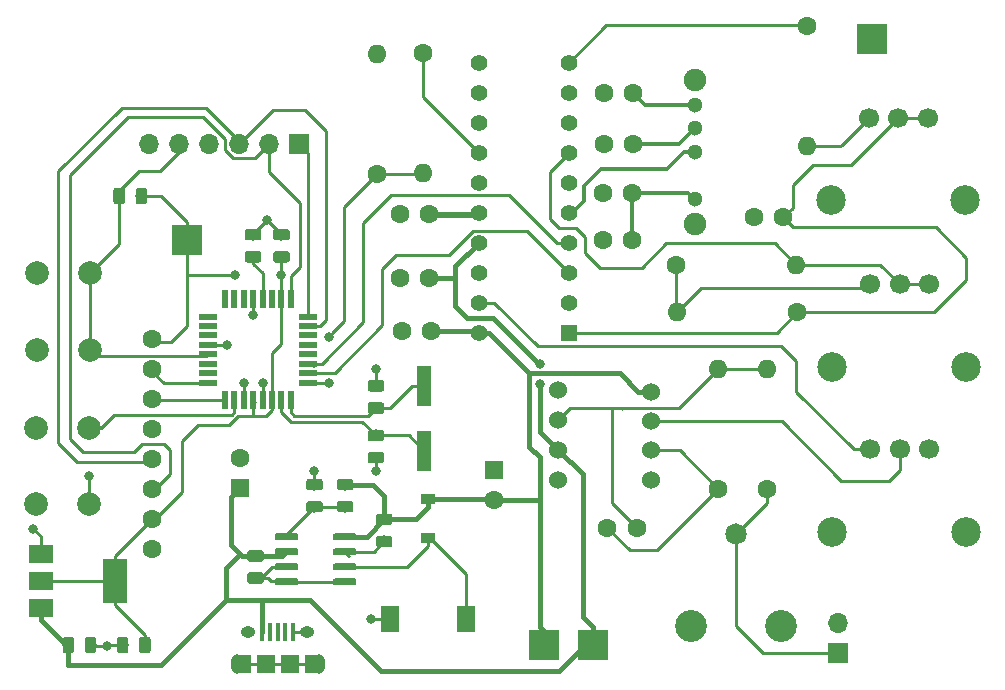
<source format=gbr>
G04 #@! TF.GenerationSoftware,KiCad,Pcbnew,(5.1.2-1)-1*
G04 #@! TF.CreationDate,2019-07-12T16:43:51-07:00*
G04 #@! TF.ProjectId,wavegenerator_v1,77617665-6765-46e6-9572-61746f725f76,rev?*
G04 #@! TF.SameCoordinates,Original*
G04 #@! TF.FileFunction,Copper,L1,Top*
G04 #@! TF.FilePolarity,Positive*
%FSLAX46Y46*%
G04 Gerber Fmt 4.6, Leading zero omitted, Abs format (unit mm)*
G04 Created by KiCad (PCBNEW (5.1.2-1)-1) date 2019-07-12 16:43:51*
%MOMM*%
%LPD*%
G04 APERTURE LIST*
%ADD10C,1.600000*%
%ADD11C,1.524000*%
%ADD12O,1.600000X1.600000*%
%ADD13C,2.500000*%
%ADD14C,1.700000*%
%ADD15R,1.200000X3.500000*%
%ADD16R,1.500000X2.200000*%
%ADD17R,1.200000X0.900000*%
%ADD18C,0.100000*%
%ADD19C,0.975000*%
%ADD20C,1.900000*%
%ADD21C,1.300000*%
%ADD22R,1.397000X1.397000*%
%ADD23C,1.397000*%
%ADD24R,1.600000X1.600000*%
%ADD25R,2.000000X1.500000*%
%ADD26R,2.000000X3.800000*%
%ADD27C,1.824000*%
%ADD28C,2.700000*%
%ADD29C,0.600000*%
%ADD30R,2.500000X2.500000*%
%ADD31O,1.700000X1.700000*%
%ADD32R,1.700000X1.700000*%
%ADD33R,0.550000X1.600000*%
%ADD34R,1.600000X0.550000*%
%ADD35C,2.000000*%
%ADD36O,1.250000X0.950000*%
%ADD37R,1.500000X1.650000*%
%ADD38O,1.000000X1.650000*%
%ADD39R,0.400000X1.650000*%
%ADD40R,1.200000X1.650000*%
%ADD41C,0.800000*%
%ADD42C,0.250000*%
%ADD43C,0.300000*%
%ADD44C,0.400000*%
G04 APERTURE END LIST*
D10*
X59780000Y-71010000D03*
X59780000Y-73550000D03*
X59780000Y-76090000D03*
X59780000Y-78630000D03*
X59780000Y-81170000D03*
X59780000Y-83710000D03*
X59780000Y-86250000D03*
X59780000Y-88790000D03*
D11*
X94140000Y-75330000D03*
X94140000Y-77870000D03*
X94140000Y-80410000D03*
X94140000Y-82950000D03*
X102010000Y-75450000D03*
X102010000Y-77950000D03*
X102010000Y-80410000D03*
X102010000Y-82950000D03*
D12*
X111800000Y-73540000D03*
D10*
X111800000Y-83700000D03*
X100800000Y-87000000D03*
X98300000Y-87000000D03*
D13*
X117300000Y-87350000D03*
X128700000Y-87350000D03*
D14*
X120540000Y-80350000D03*
X123040000Y-80350000D03*
X125540000Y-80350000D03*
D13*
X117300000Y-73350000D03*
X128700000Y-73350000D03*
D14*
X120540000Y-66350000D03*
X123040000Y-66350000D03*
X125540000Y-66350000D03*
D13*
X117200000Y-59250000D03*
X128600000Y-59250000D03*
D14*
X120440000Y-52250000D03*
X122940000Y-52250000D03*
X125440000Y-52250000D03*
D15*
X82800000Y-80450000D03*
X82800000Y-74950000D03*
D16*
X79900000Y-94700000D03*
X86300000Y-94700000D03*
D17*
X83100000Y-84550000D03*
X83100000Y-87850000D03*
D18*
G36*
X73980142Y-82836174D02*
G01*
X74003803Y-82839684D01*
X74027007Y-82845496D01*
X74049529Y-82853554D01*
X74071153Y-82863782D01*
X74091670Y-82876079D01*
X74110883Y-82890329D01*
X74128607Y-82906393D01*
X74144671Y-82924117D01*
X74158921Y-82943330D01*
X74171218Y-82963847D01*
X74181446Y-82985471D01*
X74189504Y-83007993D01*
X74195316Y-83031197D01*
X74198826Y-83054858D01*
X74200000Y-83078750D01*
X74200000Y-83566250D01*
X74198826Y-83590142D01*
X74195316Y-83613803D01*
X74189504Y-83637007D01*
X74181446Y-83659529D01*
X74171218Y-83681153D01*
X74158921Y-83701670D01*
X74144671Y-83720883D01*
X74128607Y-83738607D01*
X74110883Y-83754671D01*
X74091670Y-83768921D01*
X74071153Y-83781218D01*
X74049529Y-83791446D01*
X74027007Y-83799504D01*
X74003803Y-83805316D01*
X73980142Y-83808826D01*
X73956250Y-83810000D01*
X73043750Y-83810000D01*
X73019858Y-83808826D01*
X72996197Y-83805316D01*
X72972993Y-83799504D01*
X72950471Y-83791446D01*
X72928847Y-83781218D01*
X72908330Y-83768921D01*
X72889117Y-83754671D01*
X72871393Y-83738607D01*
X72855329Y-83720883D01*
X72841079Y-83701670D01*
X72828782Y-83681153D01*
X72818554Y-83659529D01*
X72810496Y-83637007D01*
X72804684Y-83613803D01*
X72801174Y-83590142D01*
X72800000Y-83566250D01*
X72800000Y-83078750D01*
X72801174Y-83054858D01*
X72804684Y-83031197D01*
X72810496Y-83007993D01*
X72818554Y-82985471D01*
X72828782Y-82963847D01*
X72841079Y-82943330D01*
X72855329Y-82924117D01*
X72871393Y-82906393D01*
X72889117Y-82890329D01*
X72908330Y-82876079D01*
X72928847Y-82863782D01*
X72950471Y-82853554D01*
X72972993Y-82845496D01*
X72996197Y-82839684D01*
X73019858Y-82836174D01*
X73043750Y-82835000D01*
X73956250Y-82835000D01*
X73980142Y-82836174D01*
X73980142Y-82836174D01*
G37*
D19*
X73500000Y-83322500D03*
D18*
G36*
X73980142Y-84711174D02*
G01*
X74003803Y-84714684D01*
X74027007Y-84720496D01*
X74049529Y-84728554D01*
X74071153Y-84738782D01*
X74091670Y-84751079D01*
X74110883Y-84765329D01*
X74128607Y-84781393D01*
X74144671Y-84799117D01*
X74158921Y-84818330D01*
X74171218Y-84838847D01*
X74181446Y-84860471D01*
X74189504Y-84882993D01*
X74195316Y-84906197D01*
X74198826Y-84929858D01*
X74200000Y-84953750D01*
X74200000Y-85441250D01*
X74198826Y-85465142D01*
X74195316Y-85488803D01*
X74189504Y-85512007D01*
X74181446Y-85534529D01*
X74171218Y-85556153D01*
X74158921Y-85576670D01*
X74144671Y-85595883D01*
X74128607Y-85613607D01*
X74110883Y-85629671D01*
X74091670Y-85643921D01*
X74071153Y-85656218D01*
X74049529Y-85666446D01*
X74027007Y-85674504D01*
X74003803Y-85680316D01*
X73980142Y-85683826D01*
X73956250Y-85685000D01*
X73043750Y-85685000D01*
X73019858Y-85683826D01*
X72996197Y-85680316D01*
X72972993Y-85674504D01*
X72950471Y-85666446D01*
X72928847Y-85656218D01*
X72908330Y-85643921D01*
X72889117Y-85629671D01*
X72871393Y-85613607D01*
X72855329Y-85595883D01*
X72841079Y-85576670D01*
X72828782Y-85556153D01*
X72818554Y-85534529D01*
X72810496Y-85512007D01*
X72804684Y-85488803D01*
X72801174Y-85465142D01*
X72800000Y-85441250D01*
X72800000Y-84953750D01*
X72801174Y-84929858D01*
X72804684Y-84906197D01*
X72810496Y-84882993D01*
X72818554Y-84860471D01*
X72828782Y-84838847D01*
X72841079Y-84818330D01*
X72855329Y-84799117D01*
X72871393Y-84781393D01*
X72889117Y-84765329D01*
X72908330Y-84751079D01*
X72928847Y-84738782D01*
X72950471Y-84728554D01*
X72972993Y-84720496D01*
X72996197Y-84714684D01*
X73019858Y-84711174D01*
X73043750Y-84710000D01*
X73956250Y-84710000D01*
X73980142Y-84711174D01*
X73980142Y-84711174D01*
G37*
D19*
X73500000Y-85197500D03*
D18*
G36*
X76580142Y-82836174D02*
G01*
X76603803Y-82839684D01*
X76627007Y-82845496D01*
X76649529Y-82853554D01*
X76671153Y-82863782D01*
X76691670Y-82876079D01*
X76710883Y-82890329D01*
X76728607Y-82906393D01*
X76744671Y-82924117D01*
X76758921Y-82943330D01*
X76771218Y-82963847D01*
X76781446Y-82985471D01*
X76789504Y-83007993D01*
X76795316Y-83031197D01*
X76798826Y-83054858D01*
X76800000Y-83078750D01*
X76800000Y-83566250D01*
X76798826Y-83590142D01*
X76795316Y-83613803D01*
X76789504Y-83637007D01*
X76781446Y-83659529D01*
X76771218Y-83681153D01*
X76758921Y-83701670D01*
X76744671Y-83720883D01*
X76728607Y-83738607D01*
X76710883Y-83754671D01*
X76691670Y-83768921D01*
X76671153Y-83781218D01*
X76649529Y-83791446D01*
X76627007Y-83799504D01*
X76603803Y-83805316D01*
X76580142Y-83808826D01*
X76556250Y-83810000D01*
X75643750Y-83810000D01*
X75619858Y-83808826D01*
X75596197Y-83805316D01*
X75572993Y-83799504D01*
X75550471Y-83791446D01*
X75528847Y-83781218D01*
X75508330Y-83768921D01*
X75489117Y-83754671D01*
X75471393Y-83738607D01*
X75455329Y-83720883D01*
X75441079Y-83701670D01*
X75428782Y-83681153D01*
X75418554Y-83659529D01*
X75410496Y-83637007D01*
X75404684Y-83613803D01*
X75401174Y-83590142D01*
X75400000Y-83566250D01*
X75400000Y-83078750D01*
X75401174Y-83054858D01*
X75404684Y-83031197D01*
X75410496Y-83007993D01*
X75418554Y-82985471D01*
X75428782Y-82963847D01*
X75441079Y-82943330D01*
X75455329Y-82924117D01*
X75471393Y-82906393D01*
X75489117Y-82890329D01*
X75508330Y-82876079D01*
X75528847Y-82863782D01*
X75550471Y-82853554D01*
X75572993Y-82845496D01*
X75596197Y-82839684D01*
X75619858Y-82836174D01*
X75643750Y-82835000D01*
X76556250Y-82835000D01*
X76580142Y-82836174D01*
X76580142Y-82836174D01*
G37*
D19*
X76100000Y-83322500D03*
D18*
G36*
X76580142Y-84711174D02*
G01*
X76603803Y-84714684D01*
X76627007Y-84720496D01*
X76649529Y-84728554D01*
X76671153Y-84738782D01*
X76691670Y-84751079D01*
X76710883Y-84765329D01*
X76728607Y-84781393D01*
X76744671Y-84799117D01*
X76758921Y-84818330D01*
X76771218Y-84838847D01*
X76781446Y-84860471D01*
X76789504Y-84882993D01*
X76795316Y-84906197D01*
X76798826Y-84929858D01*
X76800000Y-84953750D01*
X76800000Y-85441250D01*
X76798826Y-85465142D01*
X76795316Y-85488803D01*
X76789504Y-85512007D01*
X76781446Y-85534529D01*
X76771218Y-85556153D01*
X76758921Y-85576670D01*
X76744671Y-85595883D01*
X76728607Y-85613607D01*
X76710883Y-85629671D01*
X76691670Y-85643921D01*
X76671153Y-85656218D01*
X76649529Y-85666446D01*
X76627007Y-85674504D01*
X76603803Y-85680316D01*
X76580142Y-85683826D01*
X76556250Y-85685000D01*
X75643750Y-85685000D01*
X75619858Y-85683826D01*
X75596197Y-85680316D01*
X75572993Y-85674504D01*
X75550471Y-85666446D01*
X75528847Y-85656218D01*
X75508330Y-85643921D01*
X75489117Y-85629671D01*
X75471393Y-85613607D01*
X75455329Y-85595883D01*
X75441079Y-85576670D01*
X75428782Y-85556153D01*
X75418554Y-85534529D01*
X75410496Y-85512007D01*
X75404684Y-85488803D01*
X75401174Y-85465142D01*
X75400000Y-85441250D01*
X75400000Y-84953750D01*
X75401174Y-84929858D01*
X75404684Y-84906197D01*
X75410496Y-84882993D01*
X75418554Y-84860471D01*
X75428782Y-84838847D01*
X75441079Y-84818330D01*
X75455329Y-84799117D01*
X75471393Y-84781393D01*
X75489117Y-84765329D01*
X75508330Y-84751079D01*
X75528847Y-84738782D01*
X75550471Y-84728554D01*
X75572993Y-84720496D01*
X75596197Y-84714684D01*
X75619858Y-84711174D01*
X75643750Y-84710000D01*
X76556250Y-84710000D01*
X76580142Y-84711174D01*
X76580142Y-84711174D01*
G37*
D19*
X76100000Y-85197500D03*
D18*
G36*
X57530142Y-96201174D02*
G01*
X57553803Y-96204684D01*
X57577007Y-96210496D01*
X57599529Y-96218554D01*
X57621153Y-96228782D01*
X57641670Y-96241079D01*
X57660883Y-96255329D01*
X57678607Y-96271393D01*
X57694671Y-96289117D01*
X57708921Y-96308330D01*
X57721218Y-96328847D01*
X57731446Y-96350471D01*
X57739504Y-96372993D01*
X57745316Y-96396197D01*
X57748826Y-96419858D01*
X57750000Y-96443750D01*
X57750000Y-97356250D01*
X57748826Y-97380142D01*
X57745316Y-97403803D01*
X57739504Y-97427007D01*
X57731446Y-97449529D01*
X57721218Y-97471153D01*
X57708921Y-97491670D01*
X57694671Y-97510883D01*
X57678607Y-97528607D01*
X57660883Y-97544671D01*
X57641670Y-97558921D01*
X57621153Y-97571218D01*
X57599529Y-97581446D01*
X57577007Y-97589504D01*
X57553803Y-97595316D01*
X57530142Y-97598826D01*
X57506250Y-97600000D01*
X57018750Y-97600000D01*
X56994858Y-97598826D01*
X56971197Y-97595316D01*
X56947993Y-97589504D01*
X56925471Y-97581446D01*
X56903847Y-97571218D01*
X56883330Y-97558921D01*
X56864117Y-97544671D01*
X56846393Y-97528607D01*
X56830329Y-97510883D01*
X56816079Y-97491670D01*
X56803782Y-97471153D01*
X56793554Y-97449529D01*
X56785496Y-97427007D01*
X56779684Y-97403803D01*
X56776174Y-97380142D01*
X56775000Y-97356250D01*
X56775000Y-96443750D01*
X56776174Y-96419858D01*
X56779684Y-96396197D01*
X56785496Y-96372993D01*
X56793554Y-96350471D01*
X56803782Y-96328847D01*
X56816079Y-96308330D01*
X56830329Y-96289117D01*
X56846393Y-96271393D01*
X56864117Y-96255329D01*
X56883330Y-96241079D01*
X56903847Y-96228782D01*
X56925471Y-96218554D01*
X56947993Y-96210496D01*
X56971197Y-96204684D01*
X56994858Y-96201174D01*
X57018750Y-96200000D01*
X57506250Y-96200000D01*
X57530142Y-96201174D01*
X57530142Y-96201174D01*
G37*
D19*
X57262500Y-96900000D03*
D18*
G36*
X59405142Y-96201174D02*
G01*
X59428803Y-96204684D01*
X59452007Y-96210496D01*
X59474529Y-96218554D01*
X59496153Y-96228782D01*
X59516670Y-96241079D01*
X59535883Y-96255329D01*
X59553607Y-96271393D01*
X59569671Y-96289117D01*
X59583921Y-96308330D01*
X59596218Y-96328847D01*
X59606446Y-96350471D01*
X59614504Y-96372993D01*
X59620316Y-96396197D01*
X59623826Y-96419858D01*
X59625000Y-96443750D01*
X59625000Y-97356250D01*
X59623826Y-97380142D01*
X59620316Y-97403803D01*
X59614504Y-97427007D01*
X59606446Y-97449529D01*
X59596218Y-97471153D01*
X59583921Y-97491670D01*
X59569671Y-97510883D01*
X59553607Y-97528607D01*
X59535883Y-97544671D01*
X59516670Y-97558921D01*
X59496153Y-97571218D01*
X59474529Y-97581446D01*
X59452007Y-97589504D01*
X59428803Y-97595316D01*
X59405142Y-97598826D01*
X59381250Y-97600000D01*
X58893750Y-97600000D01*
X58869858Y-97598826D01*
X58846197Y-97595316D01*
X58822993Y-97589504D01*
X58800471Y-97581446D01*
X58778847Y-97571218D01*
X58758330Y-97558921D01*
X58739117Y-97544671D01*
X58721393Y-97528607D01*
X58705329Y-97510883D01*
X58691079Y-97491670D01*
X58678782Y-97471153D01*
X58668554Y-97449529D01*
X58660496Y-97427007D01*
X58654684Y-97403803D01*
X58651174Y-97380142D01*
X58650000Y-97356250D01*
X58650000Y-96443750D01*
X58651174Y-96419858D01*
X58654684Y-96396197D01*
X58660496Y-96372993D01*
X58668554Y-96350471D01*
X58678782Y-96328847D01*
X58691079Y-96308330D01*
X58705329Y-96289117D01*
X58721393Y-96271393D01*
X58739117Y-96255329D01*
X58758330Y-96241079D01*
X58778847Y-96228782D01*
X58800471Y-96218554D01*
X58822993Y-96210496D01*
X58846197Y-96204684D01*
X58869858Y-96201174D01*
X58893750Y-96200000D01*
X59381250Y-96200000D01*
X59405142Y-96201174D01*
X59405142Y-96201174D01*
G37*
D19*
X59137500Y-96900000D03*
D18*
G36*
X54805142Y-96201174D02*
G01*
X54828803Y-96204684D01*
X54852007Y-96210496D01*
X54874529Y-96218554D01*
X54896153Y-96228782D01*
X54916670Y-96241079D01*
X54935883Y-96255329D01*
X54953607Y-96271393D01*
X54969671Y-96289117D01*
X54983921Y-96308330D01*
X54996218Y-96328847D01*
X55006446Y-96350471D01*
X55014504Y-96372993D01*
X55020316Y-96396197D01*
X55023826Y-96419858D01*
X55025000Y-96443750D01*
X55025000Y-97356250D01*
X55023826Y-97380142D01*
X55020316Y-97403803D01*
X55014504Y-97427007D01*
X55006446Y-97449529D01*
X54996218Y-97471153D01*
X54983921Y-97491670D01*
X54969671Y-97510883D01*
X54953607Y-97528607D01*
X54935883Y-97544671D01*
X54916670Y-97558921D01*
X54896153Y-97571218D01*
X54874529Y-97581446D01*
X54852007Y-97589504D01*
X54828803Y-97595316D01*
X54805142Y-97598826D01*
X54781250Y-97600000D01*
X54293750Y-97600000D01*
X54269858Y-97598826D01*
X54246197Y-97595316D01*
X54222993Y-97589504D01*
X54200471Y-97581446D01*
X54178847Y-97571218D01*
X54158330Y-97558921D01*
X54139117Y-97544671D01*
X54121393Y-97528607D01*
X54105329Y-97510883D01*
X54091079Y-97491670D01*
X54078782Y-97471153D01*
X54068554Y-97449529D01*
X54060496Y-97427007D01*
X54054684Y-97403803D01*
X54051174Y-97380142D01*
X54050000Y-97356250D01*
X54050000Y-96443750D01*
X54051174Y-96419858D01*
X54054684Y-96396197D01*
X54060496Y-96372993D01*
X54068554Y-96350471D01*
X54078782Y-96328847D01*
X54091079Y-96308330D01*
X54105329Y-96289117D01*
X54121393Y-96271393D01*
X54139117Y-96255329D01*
X54158330Y-96241079D01*
X54178847Y-96228782D01*
X54200471Y-96218554D01*
X54222993Y-96210496D01*
X54246197Y-96204684D01*
X54269858Y-96201174D01*
X54293750Y-96200000D01*
X54781250Y-96200000D01*
X54805142Y-96201174D01*
X54805142Y-96201174D01*
G37*
D19*
X54537500Y-96900000D03*
D18*
G36*
X52930142Y-96201174D02*
G01*
X52953803Y-96204684D01*
X52977007Y-96210496D01*
X52999529Y-96218554D01*
X53021153Y-96228782D01*
X53041670Y-96241079D01*
X53060883Y-96255329D01*
X53078607Y-96271393D01*
X53094671Y-96289117D01*
X53108921Y-96308330D01*
X53121218Y-96328847D01*
X53131446Y-96350471D01*
X53139504Y-96372993D01*
X53145316Y-96396197D01*
X53148826Y-96419858D01*
X53150000Y-96443750D01*
X53150000Y-97356250D01*
X53148826Y-97380142D01*
X53145316Y-97403803D01*
X53139504Y-97427007D01*
X53131446Y-97449529D01*
X53121218Y-97471153D01*
X53108921Y-97491670D01*
X53094671Y-97510883D01*
X53078607Y-97528607D01*
X53060883Y-97544671D01*
X53041670Y-97558921D01*
X53021153Y-97571218D01*
X52999529Y-97581446D01*
X52977007Y-97589504D01*
X52953803Y-97595316D01*
X52930142Y-97598826D01*
X52906250Y-97600000D01*
X52418750Y-97600000D01*
X52394858Y-97598826D01*
X52371197Y-97595316D01*
X52347993Y-97589504D01*
X52325471Y-97581446D01*
X52303847Y-97571218D01*
X52283330Y-97558921D01*
X52264117Y-97544671D01*
X52246393Y-97528607D01*
X52230329Y-97510883D01*
X52216079Y-97491670D01*
X52203782Y-97471153D01*
X52193554Y-97449529D01*
X52185496Y-97427007D01*
X52179684Y-97403803D01*
X52176174Y-97380142D01*
X52175000Y-97356250D01*
X52175000Y-96443750D01*
X52176174Y-96419858D01*
X52179684Y-96396197D01*
X52185496Y-96372993D01*
X52193554Y-96350471D01*
X52203782Y-96328847D01*
X52216079Y-96308330D01*
X52230329Y-96289117D01*
X52246393Y-96271393D01*
X52264117Y-96255329D01*
X52283330Y-96241079D01*
X52303847Y-96228782D01*
X52325471Y-96218554D01*
X52347993Y-96210496D01*
X52371197Y-96204684D01*
X52394858Y-96201174D01*
X52418750Y-96200000D01*
X52906250Y-96200000D01*
X52930142Y-96201174D01*
X52930142Y-96201174D01*
G37*
D19*
X52662500Y-96900000D03*
D10*
X97900000Y-62600000D03*
X100400000Y-62600000D03*
X80700000Y-60400000D03*
X83200000Y-60400000D03*
X110700000Y-60700000D03*
X113200000Y-60700000D03*
X97900000Y-58600000D03*
X100400000Y-58600000D03*
X98000000Y-54500000D03*
X100500000Y-54500000D03*
X98000000Y-50200000D03*
X100500000Y-50200000D03*
D20*
X105720000Y-49060000D03*
D21*
X105720000Y-51160000D03*
X105720000Y-53160000D03*
X105720000Y-55160000D03*
X105720000Y-59160000D03*
D20*
X105720000Y-61260000D03*
D18*
G36*
X68780142Y-61676174D02*
G01*
X68803803Y-61679684D01*
X68827007Y-61685496D01*
X68849529Y-61693554D01*
X68871153Y-61703782D01*
X68891670Y-61716079D01*
X68910883Y-61730329D01*
X68928607Y-61746393D01*
X68944671Y-61764117D01*
X68958921Y-61783330D01*
X68971218Y-61803847D01*
X68981446Y-61825471D01*
X68989504Y-61847993D01*
X68995316Y-61871197D01*
X68998826Y-61894858D01*
X69000000Y-61918750D01*
X69000000Y-62406250D01*
X68998826Y-62430142D01*
X68995316Y-62453803D01*
X68989504Y-62477007D01*
X68981446Y-62499529D01*
X68971218Y-62521153D01*
X68958921Y-62541670D01*
X68944671Y-62560883D01*
X68928607Y-62578607D01*
X68910883Y-62594671D01*
X68891670Y-62608921D01*
X68871153Y-62621218D01*
X68849529Y-62631446D01*
X68827007Y-62639504D01*
X68803803Y-62645316D01*
X68780142Y-62648826D01*
X68756250Y-62650000D01*
X67843750Y-62650000D01*
X67819858Y-62648826D01*
X67796197Y-62645316D01*
X67772993Y-62639504D01*
X67750471Y-62631446D01*
X67728847Y-62621218D01*
X67708330Y-62608921D01*
X67689117Y-62594671D01*
X67671393Y-62578607D01*
X67655329Y-62560883D01*
X67641079Y-62541670D01*
X67628782Y-62521153D01*
X67618554Y-62499529D01*
X67610496Y-62477007D01*
X67604684Y-62453803D01*
X67601174Y-62430142D01*
X67600000Y-62406250D01*
X67600000Y-61918750D01*
X67601174Y-61894858D01*
X67604684Y-61871197D01*
X67610496Y-61847993D01*
X67618554Y-61825471D01*
X67628782Y-61803847D01*
X67641079Y-61783330D01*
X67655329Y-61764117D01*
X67671393Y-61746393D01*
X67689117Y-61730329D01*
X67708330Y-61716079D01*
X67728847Y-61703782D01*
X67750471Y-61693554D01*
X67772993Y-61685496D01*
X67796197Y-61679684D01*
X67819858Y-61676174D01*
X67843750Y-61675000D01*
X68756250Y-61675000D01*
X68780142Y-61676174D01*
X68780142Y-61676174D01*
G37*
D19*
X68300000Y-62162500D03*
D18*
G36*
X68780142Y-63551174D02*
G01*
X68803803Y-63554684D01*
X68827007Y-63560496D01*
X68849529Y-63568554D01*
X68871153Y-63578782D01*
X68891670Y-63591079D01*
X68910883Y-63605329D01*
X68928607Y-63621393D01*
X68944671Y-63639117D01*
X68958921Y-63658330D01*
X68971218Y-63678847D01*
X68981446Y-63700471D01*
X68989504Y-63722993D01*
X68995316Y-63746197D01*
X68998826Y-63769858D01*
X69000000Y-63793750D01*
X69000000Y-64281250D01*
X68998826Y-64305142D01*
X68995316Y-64328803D01*
X68989504Y-64352007D01*
X68981446Y-64374529D01*
X68971218Y-64396153D01*
X68958921Y-64416670D01*
X68944671Y-64435883D01*
X68928607Y-64453607D01*
X68910883Y-64469671D01*
X68891670Y-64483921D01*
X68871153Y-64496218D01*
X68849529Y-64506446D01*
X68827007Y-64514504D01*
X68803803Y-64520316D01*
X68780142Y-64523826D01*
X68756250Y-64525000D01*
X67843750Y-64525000D01*
X67819858Y-64523826D01*
X67796197Y-64520316D01*
X67772993Y-64514504D01*
X67750471Y-64506446D01*
X67728847Y-64496218D01*
X67708330Y-64483921D01*
X67689117Y-64469671D01*
X67671393Y-64453607D01*
X67655329Y-64435883D01*
X67641079Y-64416670D01*
X67628782Y-64396153D01*
X67618554Y-64374529D01*
X67610496Y-64352007D01*
X67604684Y-64328803D01*
X67601174Y-64305142D01*
X67600000Y-64281250D01*
X67600000Y-63793750D01*
X67601174Y-63769858D01*
X67604684Y-63746197D01*
X67610496Y-63722993D01*
X67618554Y-63700471D01*
X67628782Y-63678847D01*
X67641079Y-63658330D01*
X67655329Y-63639117D01*
X67671393Y-63621393D01*
X67689117Y-63605329D01*
X67708330Y-63591079D01*
X67728847Y-63578782D01*
X67750471Y-63568554D01*
X67772993Y-63560496D01*
X67796197Y-63554684D01*
X67819858Y-63551174D01*
X67843750Y-63550000D01*
X68756250Y-63550000D01*
X68780142Y-63551174D01*
X68780142Y-63551174D01*
G37*
D19*
X68300000Y-64037500D03*
D22*
X95020000Y-70460000D03*
D23*
X95020000Y-67920000D03*
X95020000Y-65380000D03*
X95020000Y-62840000D03*
X95020000Y-60300000D03*
X95020000Y-57760000D03*
X95020000Y-55220000D03*
X95020000Y-52680000D03*
X95020000Y-50140000D03*
X95020000Y-47600000D03*
X87400000Y-47600000D03*
X87400000Y-50140000D03*
X87400000Y-52680000D03*
X87400000Y-55220000D03*
X87400000Y-57760000D03*
X87400000Y-60300000D03*
X87400000Y-62840000D03*
X87400000Y-65380000D03*
X87400000Y-67920000D03*
X87400000Y-70460000D03*
D18*
G36*
X68980142Y-88876174D02*
G01*
X69003803Y-88879684D01*
X69027007Y-88885496D01*
X69049529Y-88893554D01*
X69071153Y-88903782D01*
X69091670Y-88916079D01*
X69110883Y-88930329D01*
X69128607Y-88946393D01*
X69144671Y-88964117D01*
X69158921Y-88983330D01*
X69171218Y-89003847D01*
X69181446Y-89025471D01*
X69189504Y-89047993D01*
X69195316Y-89071197D01*
X69198826Y-89094858D01*
X69200000Y-89118750D01*
X69200000Y-89606250D01*
X69198826Y-89630142D01*
X69195316Y-89653803D01*
X69189504Y-89677007D01*
X69181446Y-89699529D01*
X69171218Y-89721153D01*
X69158921Y-89741670D01*
X69144671Y-89760883D01*
X69128607Y-89778607D01*
X69110883Y-89794671D01*
X69091670Y-89808921D01*
X69071153Y-89821218D01*
X69049529Y-89831446D01*
X69027007Y-89839504D01*
X69003803Y-89845316D01*
X68980142Y-89848826D01*
X68956250Y-89850000D01*
X68043750Y-89850000D01*
X68019858Y-89848826D01*
X67996197Y-89845316D01*
X67972993Y-89839504D01*
X67950471Y-89831446D01*
X67928847Y-89821218D01*
X67908330Y-89808921D01*
X67889117Y-89794671D01*
X67871393Y-89778607D01*
X67855329Y-89760883D01*
X67841079Y-89741670D01*
X67828782Y-89721153D01*
X67818554Y-89699529D01*
X67810496Y-89677007D01*
X67804684Y-89653803D01*
X67801174Y-89630142D01*
X67800000Y-89606250D01*
X67800000Y-89118750D01*
X67801174Y-89094858D01*
X67804684Y-89071197D01*
X67810496Y-89047993D01*
X67818554Y-89025471D01*
X67828782Y-89003847D01*
X67841079Y-88983330D01*
X67855329Y-88964117D01*
X67871393Y-88946393D01*
X67889117Y-88930329D01*
X67908330Y-88916079D01*
X67928847Y-88903782D01*
X67950471Y-88893554D01*
X67972993Y-88885496D01*
X67996197Y-88879684D01*
X68019858Y-88876174D01*
X68043750Y-88875000D01*
X68956250Y-88875000D01*
X68980142Y-88876174D01*
X68980142Y-88876174D01*
G37*
D19*
X68500000Y-89362500D03*
D18*
G36*
X68980142Y-90751174D02*
G01*
X69003803Y-90754684D01*
X69027007Y-90760496D01*
X69049529Y-90768554D01*
X69071153Y-90778782D01*
X69091670Y-90791079D01*
X69110883Y-90805329D01*
X69128607Y-90821393D01*
X69144671Y-90839117D01*
X69158921Y-90858330D01*
X69171218Y-90878847D01*
X69181446Y-90900471D01*
X69189504Y-90922993D01*
X69195316Y-90946197D01*
X69198826Y-90969858D01*
X69200000Y-90993750D01*
X69200000Y-91481250D01*
X69198826Y-91505142D01*
X69195316Y-91528803D01*
X69189504Y-91552007D01*
X69181446Y-91574529D01*
X69171218Y-91596153D01*
X69158921Y-91616670D01*
X69144671Y-91635883D01*
X69128607Y-91653607D01*
X69110883Y-91669671D01*
X69091670Y-91683921D01*
X69071153Y-91696218D01*
X69049529Y-91706446D01*
X69027007Y-91714504D01*
X69003803Y-91720316D01*
X68980142Y-91723826D01*
X68956250Y-91725000D01*
X68043750Y-91725000D01*
X68019858Y-91723826D01*
X67996197Y-91720316D01*
X67972993Y-91714504D01*
X67950471Y-91706446D01*
X67928847Y-91696218D01*
X67908330Y-91683921D01*
X67889117Y-91669671D01*
X67871393Y-91653607D01*
X67855329Y-91635883D01*
X67841079Y-91616670D01*
X67828782Y-91596153D01*
X67818554Y-91574529D01*
X67810496Y-91552007D01*
X67804684Y-91528803D01*
X67801174Y-91505142D01*
X67800000Y-91481250D01*
X67800000Y-90993750D01*
X67801174Y-90969858D01*
X67804684Y-90946197D01*
X67810496Y-90922993D01*
X67818554Y-90900471D01*
X67828782Y-90878847D01*
X67841079Y-90858330D01*
X67855329Y-90839117D01*
X67871393Y-90821393D01*
X67889117Y-90805329D01*
X67908330Y-90791079D01*
X67928847Y-90778782D01*
X67950471Y-90768554D01*
X67972993Y-90760496D01*
X67996197Y-90754684D01*
X68019858Y-90751174D01*
X68043750Y-90750000D01*
X68956250Y-90750000D01*
X68980142Y-90751174D01*
X68980142Y-90751174D01*
G37*
D19*
X68500000Y-91237500D03*
D18*
G36*
X57230142Y-58201174D02*
G01*
X57253803Y-58204684D01*
X57277007Y-58210496D01*
X57299529Y-58218554D01*
X57321153Y-58228782D01*
X57341670Y-58241079D01*
X57360883Y-58255329D01*
X57378607Y-58271393D01*
X57394671Y-58289117D01*
X57408921Y-58308330D01*
X57421218Y-58328847D01*
X57431446Y-58350471D01*
X57439504Y-58372993D01*
X57445316Y-58396197D01*
X57448826Y-58419858D01*
X57450000Y-58443750D01*
X57450000Y-59356250D01*
X57448826Y-59380142D01*
X57445316Y-59403803D01*
X57439504Y-59427007D01*
X57431446Y-59449529D01*
X57421218Y-59471153D01*
X57408921Y-59491670D01*
X57394671Y-59510883D01*
X57378607Y-59528607D01*
X57360883Y-59544671D01*
X57341670Y-59558921D01*
X57321153Y-59571218D01*
X57299529Y-59581446D01*
X57277007Y-59589504D01*
X57253803Y-59595316D01*
X57230142Y-59598826D01*
X57206250Y-59600000D01*
X56718750Y-59600000D01*
X56694858Y-59598826D01*
X56671197Y-59595316D01*
X56647993Y-59589504D01*
X56625471Y-59581446D01*
X56603847Y-59571218D01*
X56583330Y-59558921D01*
X56564117Y-59544671D01*
X56546393Y-59528607D01*
X56530329Y-59510883D01*
X56516079Y-59491670D01*
X56503782Y-59471153D01*
X56493554Y-59449529D01*
X56485496Y-59427007D01*
X56479684Y-59403803D01*
X56476174Y-59380142D01*
X56475000Y-59356250D01*
X56475000Y-58443750D01*
X56476174Y-58419858D01*
X56479684Y-58396197D01*
X56485496Y-58372993D01*
X56493554Y-58350471D01*
X56503782Y-58328847D01*
X56516079Y-58308330D01*
X56530329Y-58289117D01*
X56546393Y-58271393D01*
X56564117Y-58255329D01*
X56583330Y-58241079D01*
X56603847Y-58228782D01*
X56625471Y-58218554D01*
X56647993Y-58210496D01*
X56671197Y-58204684D01*
X56694858Y-58201174D01*
X56718750Y-58200000D01*
X57206250Y-58200000D01*
X57230142Y-58201174D01*
X57230142Y-58201174D01*
G37*
D19*
X56962500Y-58900000D03*
D18*
G36*
X59105142Y-58201174D02*
G01*
X59128803Y-58204684D01*
X59152007Y-58210496D01*
X59174529Y-58218554D01*
X59196153Y-58228782D01*
X59216670Y-58241079D01*
X59235883Y-58255329D01*
X59253607Y-58271393D01*
X59269671Y-58289117D01*
X59283921Y-58308330D01*
X59296218Y-58328847D01*
X59306446Y-58350471D01*
X59314504Y-58372993D01*
X59320316Y-58396197D01*
X59323826Y-58419858D01*
X59325000Y-58443750D01*
X59325000Y-59356250D01*
X59323826Y-59380142D01*
X59320316Y-59403803D01*
X59314504Y-59427007D01*
X59306446Y-59449529D01*
X59296218Y-59471153D01*
X59283921Y-59491670D01*
X59269671Y-59510883D01*
X59253607Y-59528607D01*
X59235883Y-59544671D01*
X59216670Y-59558921D01*
X59196153Y-59571218D01*
X59174529Y-59581446D01*
X59152007Y-59589504D01*
X59128803Y-59595316D01*
X59105142Y-59598826D01*
X59081250Y-59600000D01*
X58593750Y-59600000D01*
X58569858Y-59598826D01*
X58546197Y-59595316D01*
X58522993Y-59589504D01*
X58500471Y-59581446D01*
X58478847Y-59571218D01*
X58458330Y-59558921D01*
X58439117Y-59544671D01*
X58421393Y-59528607D01*
X58405329Y-59510883D01*
X58391079Y-59491670D01*
X58378782Y-59471153D01*
X58368554Y-59449529D01*
X58360496Y-59427007D01*
X58354684Y-59403803D01*
X58351174Y-59380142D01*
X58350000Y-59356250D01*
X58350000Y-58443750D01*
X58351174Y-58419858D01*
X58354684Y-58396197D01*
X58360496Y-58372993D01*
X58368554Y-58350471D01*
X58378782Y-58328847D01*
X58391079Y-58308330D01*
X58405329Y-58289117D01*
X58421393Y-58271393D01*
X58439117Y-58255329D01*
X58458330Y-58241079D01*
X58478847Y-58228782D01*
X58500471Y-58218554D01*
X58522993Y-58210496D01*
X58546197Y-58204684D01*
X58569858Y-58201174D01*
X58593750Y-58200000D01*
X59081250Y-58200000D01*
X59105142Y-58201174D01*
X59105142Y-58201174D01*
G37*
D19*
X58837500Y-58900000D03*
D10*
X88700000Y-84600000D03*
D24*
X88700000Y-82100000D03*
D18*
G36*
X79880142Y-85776174D02*
G01*
X79903803Y-85779684D01*
X79927007Y-85785496D01*
X79949529Y-85793554D01*
X79971153Y-85803782D01*
X79991670Y-85816079D01*
X80010883Y-85830329D01*
X80028607Y-85846393D01*
X80044671Y-85864117D01*
X80058921Y-85883330D01*
X80071218Y-85903847D01*
X80081446Y-85925471D01*
X80089504Y-85947993D01*
X80095316Y-85971197D01*
X80098826Y-85994858D01*
X80100000Y-86018750D01*
X80100000Y-86506250D01*
X80098826Y-86530142D01*
X80095316Y-86553803D01*
X80089504Y-86577007D01*
X80081446Y-86599529D01*
X80071218Y-86621153D01*
X80058921Y-86641670D01*
X80044671Y-86660883D01*
X80028607Y-86678607D01*
X80010883Y-86694671D01*
X79991670Y-86708921D01*
X79971153Y-86721218D01*
X79949529Y-86731446D01*
X79927007Y-86739504D01*
X79903803Y-86745316D01*
X79880142Y-86748826D01*
X79856250Y-86750000D01*
X78943750Y-86750000D01*
X78919858Y-86748826D01*
X78896197Y-86745316D01*
X78872993Y-86739504D01*
X78850471Y-86731446D01*
X78828847Y-86721218D01*
X78808330Y-86708921D01*
X78789117Y-86694671D01*
X78771393Y-86678607D01*
X78755329Y-86660883D01*
X78741079Y-86641670D01*
X78728782Y-86621153D01*
X78718554Y-86599529D01*
X78710496Y-86577007D01*
X78704684Y-86553803D01*
X78701174Y-86530142D01*
X78700000Y-86506250D01*
X78700000Y-86018750D01*
X78701174Y-85994858D01*
X78704684Y-85971197D01*
X78710496Y-85947993D01*
X78718554Y-85925471D01*
X78728782Y-85903847D01*
X78741079Y-85883330D01*
X78755329Y-85864117D01*
X78771393Y-85846393D01*
X78789117Y-85830329D01*
X78808330Y-85816079D01*
X78828847Y-85803782D01*
X78850471Y-85793554D01*
X78872993Y-85785496D01*
X78896197Y-85779684D01*
X78919858Y-85776174D01*
X78943750Y-85775000D01*
X79856250Y-85775000D01*
X79880142Y-85776174D01*
X79880142Y-85776174D01*
G37*
D19*
X79400000Y-86262500D03*
D18*
G36*
X79880142Y-87651174D02*
G01*
X79903803Y-87654684D01*
X79927007Y-87660496D01*
X79949529Y-87668554D01*
X79971153Y-87678782D01*
X79991670Y-87691079D01*
X80010883Y-87705329D01*
X80028607Y-87721393D01*
X80044671Y-87739117D01*
X80058921Y-87758330D01*
X80071218Y-87778847D01*
X80081446Y-87800471D01*
X80089504Y-87822993D01*
X80095316Y-87846197D01*
X80098826Y-87869858D01*
X80100000Y-87893750D01*
X80100000Y-88381250D01*
X80098826Y-88405142D01*
X80095316Y-88428803D01*
X80089504Y-88452007D01*
X80081446Y-88474529D01*
X80071218Y-88496153D01*
X80058921Y-88516670D01*
X80044671Y-88535883D01*
X80028607Y-88553607D01*
X80010883Y-88569671D01*
X79991670Y-88583921D01*
X79971153Y-88596218D01*
X79949529Y-88606446D01*
X79927007Y-88614504D01*
X79903803Y-88620316D01*
X79880142Y-88623826D01*
X79856250Y-88625000D01*
X78943750Y-88625000D01*
X78919858Y-88623826D01*
X78896197Y-88620316D01*
X78872993Y-88614504D01*
X78850471Y-88606446D01*
X78828847Y-88596218D01*
X78808330Y-88583921D01*
X78789117Y-88569671D01*
X78771393Y-88553607D01*
X78755329Y-88535883D01*
X78741079Y-88516670D01*
X78728782Y-88496153D01*
X78718554Y-88474529D01*
X78710496Y-88452007D01*
X78704684Y-88428803D01*
X78701174Y-88405142D01*
X78700000Y-88381250D01*
X78700000Y-87893750D01*
X78701174Y-87869858D01*
X78704684Y-87846197D01*
X78710496Y-87822993D01*
X78718554Y-87800471D01*
X78728782Y-87778847D01*
X78741079Y-87758330D01*
X78755329Y-87739117D01*
X78771393Y-87721393D01*
X78789117Y-87705329D01*
X78808330Y-87691079D01*
X78828847Y-87678782D01*
X78850471Y-87668554D01*
X78872993Y-87660496D01*
X78896197Y-87654684D01*
X78919858Y-87651174D01*
X78943750Y-87650000D01*
X79856250Y-87650000D01*
X79880142Y-87651174D01*
X79880142Y-87651174D01*
G37*
D19*
X79400000Y-88137500D03*
D10*
X67200000Y-81100000D03*
D24*
X67200000Y-83600000D03*
D18*
G36*
X79180142Y-74476174D02*
G01*
X79203803Y-74479684D01*
X79227007Y-74485496D01*
X79249529Y-74493554D01*
X79271153Y-74503782D01*
X79291670Y-74516079D01*
X79310883Y-74530329D01*
X79328607Y-74546393D01*
X79344671Y-74564117D01*
X79358921Y-74583330D01*
X79371218Y-74603847D01*
X79381446Y-74625471D01*
X79389504Y-74647993D01*
X79395316Y-74671197D01*
X79398826Y-74694858D01*
X79400000Y-74718750D01*
X79400000Y-75206250D01*
X79398826Y-75230142D01*
X79395316Y-75253803D01*
X79389504Y-75277007D01*
X79381446Y-75299529D01*
X79371218Y-75321153D01*
X79358921Y-75341670D01*
X79344671Y-75360883D01*
X79328607Y-75378607D01*
X79310883Y-75394671D01*
X79291670Y-75408921D01*
X79271153Y-75421218D01*
X79249529Y-75431446D01*
X79227007Y-75439504D01*
X79203803Y-75445316D01*
X79180142Y-75448826D01*
X79156250Y-75450000D01*
X78243750Y-75450000D01*
X78219858Y-75448826D01*
X78196197Y-75445316D01*
X78172993Y-75439504D01*
X78150471Y-75431446D01*
X78128847Y-75421218D01*
X78108330Y-75408921D01*
X78089117Y-75394671D01*
X78071393Y-75378607D01*
X78055329Y-75360883D01*
X78041079Y-75341670D01*
X78028782Y-75321153D01*
X78018554Y-75299529D01*
X78010496Y-75277007D01*
X78004684Y-75253803D01*
X78001174Y-75230142D01*
X78000000Y-75206250D01*
X78000000Y-74718750D01*
X78001174Y-74694858D01*
X78004684Y-74671197D01*
X78010496Y-74647993D01*
X78018554Y-74625471D01*
X78028782Y-74603847D01*
X78041079Y-74583330D01*
X78055329Y-74564117D01*
X78071393Y-74546393D01*
X78089117Y-74530329D01*
X78108330Y-74516079D01*
X78128847Y-74503782D01*
X78150471Y-74493554D01*
X78172993Y-74485496D01*
X78196197Y-74479684D01*
X78219858Y-74476174D01*
X78243750Y-74475000D01*
X79156250Y-74475000D01*
X79180142Y-74476174D01*
X79180142Y-74476174D01*
G37*
D19*
X78700000Y-74962500D03*
D18*
G36*
X79180142Y-76351174D02*
G01*
X79203803Y-76354684D01*
X79227007Y-76360496D01*
X79249529Y-76368554D01*
X79271153Y-76378782D01*
X79291670Y-76391079D01*
X79310883Y-76405329D01*
X79328607Y-76421393D01*
X79344671Y-76439117D01*
X79358921Y-76458330D01*
X79371218Y-76478847D01*
X79381446Y-76500471D01*
X79389504Y-76522993D01*
X79395316Y-76546197D01*
X79398826Y-76569858D01*
X79400000Y-76593750D01*
X79400000Y-77081250D01*
X79398826Y-77105142D01*
X79395316Y-77128803D01*
X79389504Y-77152007D01*
X79381446Y-77174529D01*
X79371218Y-77196153D01*
X79358921Y-77216670D01*
X79344671Y-77235883D01*
X79328607Y-77253607D01*
X79310883Y-77269671D01*
X79291670Y-77283921D01*
X79271153Y-77296218D01*
X79249529Y-77306446D01*
X79227007Y-77314504D01*
X79203803Y-77320316D01*
X79180142Y-77323826D01*
X79156250Y-77325000D01*
X78243750Y-77325000D01*
X78219858Y-77323826D01*
X78196197Y-77320316D01*
X78172993Y-77314504D01*
X78150471Y-77306446D01*
X78128847Y-77296218D01*
X78108330Y-77283921D01*
X78089117Y-77269671D01*
X78071393Y-77253607D01*
X78055329Y-77235883D01*
X78041079Y-77216670D01*
X78028782Y-77196153D01*
X78018554Y-77174529D01*
X78010496Y-77152007D01*
X78004684Y-77128803D01*
X78001174Y-77105142D01*
X78000000Y-77081250D01*
X78000000Y-76593750D01*
X78001174Y-76569858D01*
X78004684Y-76546197D01*
X78010496Y-76522993D01*
X78018554Y-76500471D01*
X78028782Y-76478847D01*
X78041079Y-76458330D01*
X78055329Y-76439117D01*
X78071393Y-76421393D01*
X78089117Y-76405329D01*
X78108330Y-76391079D01*
X78128847Y-76378782D01*
X78150471Y-76368554D01*
X78172993Y-76360496D01*
X78196197Y-76354684D01*
X78219858Y-76351174D01*
X78243750Y-76350000D01*
X79156250Y-76350000D01*
X79180142Y-76351174D01*
X79180142Y-76351174D01*
G37*
D19*
X78700000Y-76837500D03*
D18*
G36*
X79180142Y-78676174D02*
G01*
X79203803Y-78679684D01*
X79227007Y-78685496D01*
X79249529Y-78693554D01*
X79271153Y-78703782D01*
X79291670Y-78716079D01*
X79310883Y-78730329D01*
X79328607Y-78746393D01*
X79344671Y-78764117D01*
X79358921Y-78783330D01*
X79371218Y-78803847D01*
X79381446Y-78825471D01*
X79389504Y-78847993D01*
X79395316Y-78871197D01*
X79398826Y-78894858D01*
X79400000Y-78918750D01*
X79400000Y-79406250D01*
X79398826Y-79430142D01*
X79395316Y-79453803D01*
X79389504Y-79477007D01*
X79381446Y-79499529D01*
X79371218Y-79521153D01*
X79358921Y-79541670D01*
X79344671Y-79560883D01*
X79328607Y-79578607D01*
X79310883Y-79594671D01*
X79291670Y-79608921D01*
X79271153Y-79621218D01*
X79249529Y-79631446D01*
X79227007Y-79639504D01*
X79203803Y-79645316D01*
X79180142Y-79648826D01*
X79156250Y-79650000D01*
X78243750Y-79650000D01*
X78219858Y-79648826D01*
X78196197Y-79645316D01*
X78172993Y-79639504D01*
X78150471Y-79631446D01*
X78128847Y-79621218D01*
X78108330Y-79608921D01*
X78089117Y-79594671D01*
X78071393Y-79578607D01*
X78055329Y-79560883D01*
X78041079Y-79541670D01*
X78028782Y-79521153D01*
X78018554Y-79499529D01*
X78010496Y-79477007D01*
X78004684Y-79453803D01*
X78001174Y-79430142D01*
X78000000Y-79406250D01*
X78000000Y-78918750D01*
X78001174Y-78894858D01*
X78004684Y-78871197D01*
X78010496Y-78847993D01*
X78018554Y-78825471D01*
X78028782Y-78803847D01*
X78041079Y-78783330D01*
X78055329Y-78764117D01*
X78071393Y-78746393D01*
X78089117Y-78730329D01*
X78108330Y-78716079D01*
X78128847Y-78703782D01*
X78150471Y-78693554D01*
X78172993Y-78685496D01*
X78196197Y-78679684D01*
X78219858Y-78676174D01*
X78243750Y-78675000D01*
X79156250Y-78675000D01*
X79180142Y-78676174D01*
X79180142Y-78676174D01*
G37*
D19*
X78700000Y-79162500D03*
D18*
G36*
X79180142Y-80551174D02*
G01*
X79203803Y-80554684D01*
X79227007Y-80560496D01*
X79249529Y-80568554D01*
X79271153Y-80578782D01*
X79291670Y-80591079D01*
X79310883Y-80605329D01*
X79328607Y-80621393D01*
X79344671Y-80639117D01*
X79358921Y-80658330D01*
X79371218Y-80678847D01*
X79381446Y-80700471D01*
X79389504Y-80722993D01*
X79395316Y-80746197D01*
X79398826Y-80769858D01*
X79400000Y-80793750D01*
X79400000Y-81281250D01*
X79398826Y-81305142D01*
X79395316Y-81328803D01*
X79389504Y-81352007D01*
X79381446Y-81374529D01*
X79371218Y-81396153D01*
X79358921Y-81416670D01*
X79344671Y-81435883D01*
X79328607Y-81453607D01*
X79310883Y-81469671D01*
X79291670Y-81483921D01*
X79271153Y-81496218D01*
X79249529Y-81506446D01*
X79227007Y-81514504D01*
X79203803Y-81520316D01*
X79180142Y-81523826D01*
X79156250Y-81525000D01*
X78243750Y-81525000D01*
X78219858Y-81523826D01*
X78196197Y-81520316D01*
X78172993Y-81514504D01*
X78150471Y-81506446D01*
X78128847Y-81496218D01*
X78108330Y-81483921D01*
X78089117Y-81469671D01*
X78071393Y-81453607D01*
X78055329Y-81435883D01*
X78041079Y-81416670D01*
X78028782Y-81396153D01*
X78018554Y-81374529D01*
X78010496Y-81352007D01*
X78004684Y-81328803D01*
X78001174Y-81305142D01*
X78000000Y-81281250D01*
X78000000Y-80793750D01*
X78001174Y-80769858D01*
X78004684Y-80746197D01*
X78010496Y-80722993D01*
X78018554Y-80700471D01*
X78028782Y-80678847D01*
X78041079Y-80658330D01*
X78055329Y-80639117D01*
X78071393Y-80621393D01*
X78089117Y-80605329D01*
X78108330Y-80591079D01*
X78128847Y-80578782D01*
X78150471Y-80568554D01*
X78172993Y-80560496D01*
X78196197Y-80554684D01*
X78219858Y-80551174D01*
X78243750Y-80550000D01*
X79156250Y-80550000D01*
X79180142Y-80551174D01*
X79180142Y-80551174D01*
G37*
D19*
X78700000Y-81037500D03*
D18*
G36*
X71180142Y-63551174D02*
G01*
X71203803Y-63554684D01*
X71227007Y-63560496D01*
X71249529Y-63568554D01*
X71271153Y-63578782D01*
X71291670Y-63591079D01*
X71310883Y-63605329D01*
X71328607Y-63621393D01*
X71344671Y-63639117D01*
X71358921Y-63658330D01*
X71371218Y-63678847D01*
X71381446Y-63700471D01*
X71389504Y-63722993D01*
X71395316Y-63746197D01*
X71398826Y-63769858D01*
X71400000Y-63793750D01*
X71400000Y-64281250D01*
X71398826Y-64305142D01*
X71395316Y-64328803D01*
X71389504Y-64352007D01*
X71381446Y-64374529D01*
X71371218Y-64396153D01*
X71358921Y-64416670D01*
X71344671Y-64435883D01*
X71328607Y-64453607D01*
X71310883Y-64469671D01*
X71291670Y-64483921D01*
X71271153Y-64496218D01*
X71249529Y-64506446D01*
X71227007Y-64514504D01*
X71203803Y-64520316D01*
X71180142Y-64523826D01*
X71156250Y-64525000D01*
X70243750Y-64525000D01*
X70219858Y-64523826D01*
X70196197Y-64520316D01*
X70172993Y-64514504D01*
X70150471Y-64506446D01*
X70128847Y-64496218D01*
X70108330Y-64483921D01*
X70089117Y-64469671D01*
X70071393Y-64453607D01*
X70055329Y-64435883D01*
X70041079Y-64416670D01*
X70028782Y-64396153D01*
X70018554Y-64374529D01*
X70010496Y-64352007D01*
X70004684Y-64328803D01*
X70001174Y-64305142D01*
X70000000Y-64281250D01*
X70000000Y-63793750D01*
X70001174Y-63769858D01*
X70004684Y-63746197D01*
X70010496Y-63722993D01*
X70018554Y-63700471D01*
X70028782Y-63678847D01*
X70041079Y-63658330D01*
X70055329Y-63639117D01*
X70071393Y-63621393D01*
X70089117Y-63605329D01*
X70108330Y-63591079D01*
X70128847Y-63578782D01*
X70150471Y-63568554D01*
X70172993Y-63560496D01*
X70196197Y-63554684D01*
X70219858Y-63551174D01*
X70243750Y-63550000D01*
X71156250Y-63550000D01*
X71180142Y-63551174D01*
X71180142Y-63551174D01*
G37*
D19*
X70700000Y-64037500D03*
D18*
G36*
X71180142Y-61676174D02*
G01*
X71203803Y-61679684D01*
X71227007Y-61685496D01*
X71249529Y-61693554D01*
X71271153Y-61703782D01*
X71291670Y-61716079D01*
X71310883Y-61730329D01*
X71328607Y-61746393D01*
X71344671Y-61764117D01*
X71358921Y-61783330D01*
X71371218Y-61803847D01*
X71381446Y-61825471D01*
X71389504Y-61847993D01*
X71395316Y-61871197D01*
X71398826Y-61894858D01*
X71400000Y-61918750D01*
X71400000Y-62406250D01*
X71398826Y-62430142D01*
X71395316Y-62453803D01*
X71389504Y-62477007D01*
X71381446Y-62499529D01*
X71371218Y-62521153D01*
X71358921Y-62541670D01*
X71344671Y-62560883D01*
X71328607Y-62578607D01*
X71310883Y-62594671D01*
X71291670Y-62608921D01*
X71271153Y-62621218D01*
X71249529Y-62631446D01*
X71227007Y-62639504D01*
X71203803Y-62645316D01*
X71180142Y-62648826D01*
X71156250Y-62650000D01*
X70243750Y-62650000D01*
X70219858Y-62648826D01*
X70196197Y-62645316D01*
X70172993Y-62639504D01*
X70150471Y-62631446D01*
X70128847Y-62621218D01*
X70108330Y-62608921D01*
X70089117Y-62594671D01*
X70071393Y-62578607D01*
X70055329Y-62560883D01*
X70041079Y-62541670D01*
X70028782Y-62521153D01*
X70018554Y-62499529D01*
X70010496Y-62477007D01*
X70004684Y-62453803D01*
X70001174Y-62430142D01*
X70000000Y-62406250D01*
X70000000Y-61918750D01*
X70001174Y-61894858D01*
X70004684Y-61871197D01*
X70010496Y-61847993D01*
X70018554Y-61825471D01*
X70028782Y-61803847D01*
X70041079Y-61783330D01*
X70055329Y-61764117D01*
X70071393Y-61746393D01*
X70089117Y-61730329D01*
X70108330Y-61716079D01*
X70128847Y-61703782D01*
X70150471Y-61693554D01*
X70172993Y-61685496D01*
X70196197Y-61679684D01*
X70219858Y-61676174D01*
X70243750Y-61675000D01*
X71156250Y-61675000D01*
X71180142Y-61676174D01*
X71180142Y-61676174D01*
G37*
D19*
X70700000Y-62162500D03*
D25*
X50350000Y-89200000D03*
X50350000Y-93800000D03*
X50350000Y-91500000D03*
D26*
X56650000Y-91500000D03*
D27*
X109200000Y-87500000D03*
D28*
X113000000Y-95300000D03*
X105400000Y-95300000D03*
D12*
X104190000Y-68730000D03*
D10*
X114350000Y-68730000D03*
D18*
G36*
X76909703Y-91265722D02*
G01*
X76924264Y-91267882D01*
X76938543Y-91271459D01*
X76952403Y-91276418D01*
X76965710Y-91282712D01*
X76978336Y-91290280D01*
X76990159Y-91299048D01*
X77001066Y-91308934D01*
X77010952Y-91319841D01*
X77019720Y-91331664D01*
X77027288Y-91344290D01*
X77033582Y-91357597D01*
X77038541Y-91371457D01*
X77042118Y-91385736D01*
X77044278Y-91400297D01*
X77045000Y-91415000D01*
X77045000Y-91715000D01*
X77044278Y-91729703D01*
X77042118Y-91744264D01*
X77038541Y-91758543D01*
X77033582Y-91772403D01*
X77027288Y-91785710D01*
X77019720Y-91798336D01*
X77010952Y-91810159D01*
X77001066Y-91821066D01*
X76990159Y-91830952D01*
X76978336Y-91839720D01*
X76965710Y-91847288D01*
X76952403Y-91853582D01*
X76938543Y-91858541D01*
X76924264Y-91862118D01*
X76909703Y-91864278D01*
X76895000Y-91865000D01*
X75245000Y-91865000D01*
X75230297Y-91864278D01*
X75215736Y-91862118D01*
X75201457Y-91858541D01*
X75187597Y-91853582D01*
X75174290Y-91847288D01*
X75161664Y-91839720D01*
X75149841Y-91830952D01*
X75138934Y-91821066D01*
X75129048Y-91810159D01*
X75120280Y-91798336D01*
X75112712Y-91785710D01*
X75106418Y-91772403D01*
X75101459Y-91758543D01*
X75097882Y-91744264D01*
X75095722Y-91729703D01*
X75095000Y-91715000D01*
X75095000Y-91415000D01*
X75095722Y-91400297D01*
X75097882Y-91385736D01*
X75101459Y-91371457D01*
X75106418Y-91357597D01*
X75112712Y-91344290D01*
X75120280Y-91331664D01*
X75129048Y-91319841D01*
X75138934Y-91308934D01*
X75149841Y-91299048D01*
X75161664Y-91290280D01*
X75174290Y-91282712D01*
X75187597Y-91276418D01*
X75201457Y-91271459D01*
X75215736Y-91267882D01*
X75230297Y-91265722D01*
X75245000Y-91265000D01*
X76895000Y-91265000D01*
X76909703Y-91265722D01*
X76909703Y-91265722D01*
G37*
D29*
X76070000Y-91565000D03*
D18*
G36*
X76909703Y-89995722D02*
G01*
X76924264Y-89997882D01*
X76938543Y-90001459D01*
X76952403Y-90006418D01*
X76965710Y-90012712D01*
X76978336Y-90020280D01*
X76990159Y-90029048D01*
X77001066Y-90038934D01*
X77010952Y-90049841D01*
X77019720Y-90061664D01*
X77027288Y-90074290D01*
X77033582Y-90087597D01*
X77038541Y-90101457D01*
X77042118Y-90115736D01*
X77044278Y-90130297D01*
X77045000Y-90145000D01*
X77045000Y-90445000D01*
X77044278Y-90459703D01*
X77042118Y-90474264D01*
X77038541Y-90488543D01*
X77033582Y-90502403D01*
X77027288Y-90515710D01*
X77019720Y-90528336D01*
X77010952Y-90540159D01*
X77001066Y-90551066D01*
X76990159Y-90560952D01*
X76978336Y-90569720D01*
X76965710Y-90577288D01*
X76952403Y-90583582D01*
X76938543Y-90588541D01*
X76924264Y-90592118D01*
X76909703Y-90594278D01*
X76895000Y-90595000D01*
X75245000Y-90595000D01*
X75230297Y-90594278D01*
X75215736Y-90592118D01*
X75201457Y-90588541D01*
X75187597Y-90583582D01*
X75174290Y-90577288D01*
X75161664Y-90569720D01*
X75149841Y-90560952D01*
X75138934Y-90551066D01*
X75129048Y-90540159D01*
X75120280Y-90528336D01*
X75112712Y-90515710D01*
X75106418Y-90502403D01*
X75101459Y-90488543D01*
X75097882Y-90474264D01*
X75095722Y-90459703D01*
X75095000Y-90445000D01*
X75095000Y-90145000D01*
X75095722Y-90130297D01*
X75097882Y-90115736D01*
X75101459Y-90101457D01*
X75106418Y-90087597D01*
X75112712Y-90074290D01*
X75120280Y-90061664D01*
X75129048Y-90049841D01*
X75138934Y-90038934D01*
X75149841Y-90029048D01*
X75161664Y-90020280D01*
X75174290Y-90012712D01*
X75187597Y-90006418D01*
X75201457Y-90001459D01*
X75215736Y-89997882D01*
X75230297Y-89995722D01*
X75245000Y-89995000D01*
X76895000Y-89995000D01*
X76909703Y-89995722D01*
X76909703Y-89995722D01*
G37*
D29*
X76070000Y-90295000D03*
D18*
G36*
X76909703Y-88725722D02*
G01*
X76924264Y-88727882D01*
X76938543Y-88731459D01*
X76952403Y-88736418D01*
X76965710Y-88742712D01*
X76978336Y-88750280D01*
X76990159Y-88759048D01*
X77001066Y-88768934D01*
X77010952Y-88779841D01*
X77019720Y-88791664D01*
X77027288Y-88804290D01*
X77033582Y-88817597D01*
X77038541Y-88831457D01*
X77042118Y-88845736D01*
X77044278Y-88860297D01*
X77045000Y-88875000D01*
X77045000Y-89175000D01*
X77044278Y-89189703D01*
X77042118Y-89204264D01*
X77038541Y-89218543D01*
X77033582Y-89232403D01*
X77027288Y-89245710D01*
X77019720Y-89258336D01*
X77010952Y-89270159D01*
X77001066Y-89281066D01*
X76990159Y-89290952D01*
X76978336Y-89299720D01*
X76965710Y-89307288D01*
X76952403Y-89313582D01*
X76938543Y-89318541D01*
X76924264Y-89322118D01*
X76909703Y-89324278D01*
X76895000Y-89325000D01*
X75245000Y-89325000D01*
X75230297Y-89324278D01*
X75215736Y-89322118D01*
X75201457Y-89318541D01*
X75187597Y-89313582D01*
X75174290Y-89307288D01*
X75161664Y-89299720D01*
X75149841Y-89290952D01*
X75138934Y-89281066D01*
X75129048Y-89270159D01*
X75120280Y-89258336D01*
X75112712Y-89245710D01*
X75106418Y-89232403D01*
X75101459Y-89218543D01*
X75097882Y-89204264D01*
X75095722Y-89189703D01*
X75095000Y-89175000D01*
X75095000Y-88875000D01*
X75095722Y-88860297D01*
X75097882Y-88845736D01*
X75101459Y-88831457D01*
X75106418Y-88817597D01*
X75112712Y-88804290D01*
X75120280Y-88791664D01*
X75129048Y-88779841D01*
X75138934Y-88768934D01*
X75149841Y-88759048D01*
X75161664Y-88750280D01*
X75174290Y-88742712D01*
X75187597Y-88736418D01*
X75201457Y-88731459D01*
X75215736Y-88727882D01*
X75230297Y-88725722D01*
X75245000Y-88725000D01*
X76895000Y-88725000D01*
X76909703Y-88725722D01*
X76909703Y-88725722D01*
G37*
D29*
X76070000Y-89025000D03*
D18*
G36*
X76909703Y-87455722D02*
G01*
X76924264Y-87457882D01*
X76938543Y-87461459D01*
X76952403Y-87466418D01*
X76965710Y-87472712D01*
X76978336Y-87480280D01*
X76990159Y-87489048D01*
X77001066Y-87498934D01*
X77010952Y-87509841D01*
X77019720Y-87521664D01*
X77027288Y-87534290D01*
X77033582Y-87547597D01*
X77038541Y-87561457D01*
X77042118Y-87575736D01*
X77044278Y-87590297D01*
X77045000Y-87605000D01*
X77045000Y-87905000D01*
X77044278Y-87919703D01*
X77042118Y-87934264D01*
X77038541Y-87948543D01*
X77033582Y-87962403D01*
X77027288Y-87975710D01*
X77019720Y-87988336D01*
X77010952Y-88000159D01*
X77001066Y-88011066D01*
X76990159Y-88020952D01*
X76978336Y-88029720D01*
X76965710Y-88037288D01*
X76952403Y-88043582D01*
X76938543Y-88048541D01*
X76924264Y-88052118D01*
X76909703Y-88054278D01*
X76895000Y-88055000D01*
X75245000Y-88055000D01*
X75230297Y-88054278D01*
X75215736Y-88052118D01*
X75201457Y-88048541D01*
X75187597Y-88043582D01*
X75174290Y-88037288D01*
X75161664Y-88029720D01*
X75149841Y-88020952D01*
X75138934Y-88011066D01*
X75129048Y-88000159D01*
X75120280Y-87988336D01*
X75112712Y-87975710D01*
X75106418Y-87962403D01*
X75101459Y-87948543D01*
X75097882Y-87934264D01*
X75095722Y-87919703D01*
X75095000Y-87905000D01*
X75095000Y-87605000D01*
X75095722Y-87590297D01*
X75097882Y-87575736D01*
X75101459Y-87561457D01*
X75106418Y-87547597D01*
X75112712Y-87534290D01*
X75120280Y-87521664D01*
X75129048Y-87509841D01*
X75138934Y-87498934D01*
X75149841Y-87489048D01*
X75161664Y-87480280D01*
X75174290Y-87472712D01*
X75187597Y-87466418D01*
X75201457Y-87461459D01*
X75215736Y-87457882D01*
X75230297Y-87455722D01*
X75245000Y-87455000D01*
X76895000Y-87455000D01*
X76909703Y-87455722D01*
X76909703Y-87455722D01*
G37*
D29*
X76070000Y-87755000D03*
D18*
G36*
X71959703Y-87455722D02*
G01*
X71974264Y-87457882D01*
X71988543Y-87461459D01*
X72002403Y-87466418D01*
X72015710Y-87472712D01*
X72028336Y-87480280D01*
X72040159Y-87489048D01*
X72051066Y-87498934D01*
X72060952Y-87509841D01*
X72069720Y-87521664D01*
X72077288Y-87534290D01*
X72083582Y-87547597D01*
X72088541Y-87561457D01*
X72092118Y-87575736D01*
X72094278Y-87590297D01*
X72095000Y-87605000D01*
X72095000Y-87905000D01*
X72094278Y-87919703D01*
X72092118Y-87934264D01*
X72088541Y-87948543D01*
X72083582Y-87962403D01*
X72077288Y-87975710D01*
X72069720Y-87988336D01*
X72060952Y-88000159D01*
X72051066Y-88011066D01*
X72040159Y-88020952D01*
X72028336Y-88029720D01*
X72015710Y-88037288D01*
X72002403Y-88043582D01*
X71988543Y-88048541D01*
X71974264Y-88052118D01*
X71959703Y-88054278D01*
X71945000Y-88055000D01*
X70295000Y-88055000D01*
X70280297Y-88054278D01*
X70265736Y-88052118D01*
X70251457Y-88048541D01*
X70237597Y-88043582D01*
X70224290Y-88037288D01*
X70211664Y-88029720D01*
X70199841Y-88020952D01*
X70188934Y-88011066D01*
X70179048Y-88000159D01*
X70170280Y-87988336D01*
X70162712Y-87975710D01*
X70156418Y-87962403D01*
X70151459Y-87948543D01*
X70147882Y-87934264D01*
X70145722Y-87919703D01*
X70145000Y-87905000D01*
X70145000Y-87605000D01*
X70145722Y-87590297D01*
X70147882Y-87575736D01*
X70151459Y-87561457D01*
X70156418Y-87547597D01*
X70162712Y-87534290D01*
X70170280Y-87521664D01*
X70179048Y-87509841D01*
X70188934Y-87498934D01*
X70199841Y-87489048D01*
X70211664Y-87480280D01*
X70224290Y-87472712D01*
X70237597Y-87466418D01*
X70251457Y-87461459D01*
X70265736Y-87457882D01*
X70280297Y-87455722D01*
X70295000Y-87455000D01*
X71945000Y-87455000D01*
X71959703Y-87455722D01*
X71959703Y-87455722D01*
G37*
D29*
X71120000Y-87755000D03*
D18*
G36*
X71959703Y-88725722D02*
G01*
X71974264Y-88727882D01*
X71988543Y-88731459D01*
X72002403Y-88736418D01*
X72015710Y-88742712D01*
X72028336Y-88750280D01*
X72040159Y-88759048D01*
X72051066Y-88768934D01*
X72060952Y-88779841D01*
X72069720Y-88791664D01*
X72077288Y-88804290D01*
X72083582Y-88817597D01*
X72088541Y-88831457D01*
X72092118Y-88845736D01*
X72094278Y-88860297D01*
X72095000Y-88875000D01*
X72095000Y-89175000D01*
X72094278Y-89189703D01*
X72092118Y-89204264D01*
X72088541Y-89218543D01*
X72083582Y-89232403D01*
X72077288Y-89245710D01*
X72069720Y-89258336D01*
X72060952Y-89270159D01*
X72051066Y-89281066D01*
X72040159Y-89290952D01*
X72028336Y-89299720D01*
X72015710Y-89307288D01*
X72002403Y-89313582D01*
X71988543Y-89318541D01*
X71974264Y-89322118D01*
X71959703Y-89324278D01*
X71945000Y-89325000D01*
X70295000Y-89325000D01*
X70280297Y-89324278D01*
X70265736Y-89322118D01*
X70251457Y-89318541D01*
X70237597Y-89313582D01*
X70224290Y-89307288D01*
X70211664Y-89299720D01*
X70199841Y-89290952D01*
X70188934Y-89281066D01*
X70179048Y-89270159D01*
X70170280Y-89258336D01*
X70162712Y-89245710D01*
X70156418Y-89232403D01*
X70151459Y-89218543D01*
X70147882Y-89204264D01*
X70145722Y-89189703D01*
X70145000Y-89175000D01*
X70145000Y-88875000D01*
X70145722Y-88860297D01*
X70147882Y-88845736D01*
X70151459Y-88831457D01*
X70156418Y-88817597D01*
X70162712Y-88804290D01*
X70170280Y-88791664D01*
X70179048Y-88779841D01*
X70188934Y-88768934D01*
X70199841Y-88759048D01*
X70211664Y-88750280D01*
X70224290Y-88742712D01*
X70237597Y-88736418D01*
X70251457Y-88731459D01*
X70265736Y-88727882D01*
X70280297Y-88725722D01*
X70295000Y-88725000D01*
X71945000Y-88725000D01*
X71959703Y-88725722D01*
X71959703Y-88725722D01*
G37*
D29*
X71120000Y-89025000D03*
D18*
G36*
X71959703Y-89995722D02*
G01*
X71974264Y-89997882D01*
X71988543Y-90001459D01*
X72002403Y-90006418D01*
X72015710Y-90012712D01*
X72028336Y-90020280D01*
X72040159Y-90029048D01*
X72051066Y-90038934D01*
X72060952Y-90049841D01*
X72069720Y-90061664D01*
X72077288Y-90074290D01*
X72083582Y-90087597D01*
X72088541Y-90101457D01*
X72092118Y-90115736D01*
X72094278Y-90130297D01*
X72095000Y-90145000D01*
X72095000Y-90445000D01*
X72094278Y-90459703D01*
X72092118Y-90474264D01*
X72088541Y-90488543D01*
X72083582Y-90502403D01*
X72077288Y-90515710D01*
X72069720Y-90528336D01*
X72060952Y-90540159D01*
X72051066Y-90551066D01*
X72040159Y-90560952D01*
X72028336Y-90569720D01*
X72015710Y-90577288D01*
X72002403Y-90583582D01*
X71988543Y-90588541D01*
X71974264Y-90592118D01*
X71959703Y-90594278D01*
X71945000Y-90595000D01*
X70295000Y-90595000D01*
X70280297Y-90594278D01*
X70265736Y-90592118D01*
X70251457Y-90588541D01*
X70237597Y-90583582D01*
X70224290Y-90577288D01*
X70211664Y-90569720D01*
X70199841Y-90560952D01*
X70188934Y-90551066D01*
X70179048Y-90540159D01*
X70170280Y-90528336D01*
X70162712Y-90515710D01*
X70156418Y-90502403D01*
X70151459Y-90488543D01*
X70147882Y-90474264D01*
X70145722Y-90459703D01*
X70145000Y-90445000D01*
X70145000Y-90145000D01*
X70145722Y-90130297D01*
X70147882Y-90115736D01*
X70151459Y-90101457D01*
X70156418Y-90087597D01*
X70162712Y-90074290D01*
X70170280Y-90061664D01*
X70179048Y-90049841D01*
X70188934Y-90038934D01*
X70199841Y-90029048D01*
X70211664Y-90020280D01*
X70224290Y-90012712D01*
X70237597Y-90006418D01*
X70251457Y-90001459D01*
X70265736Y-89997882D01*
X70280297Y-89995722D01*
X70295000Y-89995000D01*
X71945000Y-89995000D01*
X71959703Y-89995722D01*
X71959703Y-89995722D01*
G37*
D29*
X71120000Y-90295000D03*
D18*
G36*
X71959703Y-91265722D02*
G01*
X71974264Y-91267882D01*
X71988543Y-91271459D01*
X72002403Y-91276418D01*
X72015710Y-91282712D01*
X72028336Y-91290280D01*
X72040159Y-91299048D01*
X72051066Y-91308934D01*
X72060952Y-91319841D01*
X72069720Y-91331664D01*
X72077288Y-91344290D01*
X72083582Y-91357597D01*
X72088541Y-91371457D01*
X72092118Y-91385736D01*
X72094278Y-91400297D01*
X72095000Y-91415000D01*
X72095000Y-91715000D01*
X72094278Y-91729703D01*
X72092118Y-91744264D01*
X72088541Y-91758543D01*
X72083582Y-91772403D01*
X72077288Y-91785710D01*
X72069720Y-91798336D01*
X72060952Y-91810159D01*
X72051066Y-91821066D01*
X72040159Y-91830952D01*
X72028336Y-91839720D01*
X72015710Y-91847288D01*
X72002403Y-91853582D01*
X71988543Y-91858541D01*
X71974264Y-91862118D01*
X71959703Y-91864278D01*
X71945000Y-91865000D01*
X70295000Y-91865000D01*
X70280297Y-91864278D01*
X70265736Y-91862118D01*
X70251457Y-91858541D01*
X70237597Y-91853582D01*
X70224290Y-91847288D01*
X70211664Y-91839720D01*
X70199841Y-91830952D01*
X70188934Y-91821066D01*
X70179048Y-91810159D01*
X70170280Y-91798336D01*
X70162712Y-91785710D01*
X70156418Y-91772403D01*
X70151459Y-91758543D01*
X70147882Y-91744264D01*
X70145722Y-91729703D01*
X70145000Y-91715000D01*
X70145000Y-91415000D01*
X70145722Y-91400297D01*
X70147882Y-91385736D01*
X70151459Y-91371457D01*
X70156418Y-91357597D01*
X70162712Y-91344290D01*
X70170280Y-91331664D01*
X70179048Y-91319841D01*
X70188934Y-91308934D01*
X70199841Y-91299048D01*
X70211664Y-91290280D01*
X70224290Y-91282712D01*
X70237597Y-91276418D01*
X70251457Y-91271459D01*
X70265736Y-91267882D01*
X70280297Y-91265722D01*
X70295000Y-91265000D01*
X71945000Y-91265000D01*
X71959703Y-91265722D01*
X71959703Y-91265722D01*
G37*
D29*
X71120000Y-91565000D03*
D30*
X120700000Y-45600000D03*
X92900000Y-96900000D03*
X97100000Y-96900000D03*
X62700000Y-62600000D03*
D31*
X117800000Y-95060000D03*
D32*
X117800000Y-97600000D03*
D33*
X65900000Y-76150000D03*
X66700000Y-76150000D03*
X67500000Y-76150000D03*
X68300000Y-76150000D03*
X69100000Y-76150000D03*
X69900000Y-76150000D03*
X70700000Y-76150000D03*
X71500000Y-76150000D03*
D34*
X72950000Y-74700000D03*
X72950000Y-73900000D03*
X72950000Y-73100000D03*
X72950000Y-72300000D03*
X72950000Y-71500000D03*
X72950000Y-70700000D03*
X72950000Y-69900000D03*
X72950000Y-69100000D03*
D33*
X71500000Y-67650000D03*
X70700000Y-67650000D03*
X69900000Y-67650000D03*
X69100000Y-67650000D03*
X68300000Y-67650000D03*
X67500000Y-67650000D03*
X66700000Y-67650000D03*
X65900000Y-67650000D03*
D34*
X64450000Y-69100000D03*
X64450000Y-69900000D03*
X64450000Y-70700000D03*
X64450000Y-71500000D03*
X64450000Y-72300000D03*
X64450000Y-73100000D03*
X64450000Y-73900000D03*
X64450000Y-74700000D03*
D12*
X82700000Y-56960000D03*
D10*
X82700000Y-46800000D03*
D12*
X78800000Y-46840000D03*
D10*
X78800000Y-57000000D03*
D31*
X59500000Y-54500000D03*
X62040000Y-54500000D03*
X64580000Y-54500000D03*
X67120000Y-54500000D03*
X69660000Y-54500000D03*
D32*
X72200000Y-54500000D03*
D10*
X104100000Y-64700000D03*
D12*
X114260000Y-64700000D03*
D35*
X54500000Y-71900000D03*
X50000000Y-71900000D03*
X54500000Y-65400000D03*
X50000000Y-65400000D03*
D12*
X107700000Y-73540000D03*
D10*
X107700000Y-83700000D03*
X83400000Y-70300000D03*
X80900000Y-70300000D03*
X80700000Y-65800000D03*
X83200000Y-65800000D03*
D36*
X67900000Y-95800000D03*
D37*
X71400000Y-98500000D03*
X69400000Y-98500000D03*
D38*
X73900000Y-98500000D03*
X66900000Y-98500000D03*
D36*
X72900000Y-95800000D03*
D39*
X71675000Y-95800000D03*
X71025000Y-95800000D03*
X70375000Y-95800000D03*
X69725000Y-95800000D03*
X69075000Y-95800000D03*
D40*
X67500000Y-98500000D03*
X73300000Y-98500000D03*
D10*
X115200000Y-44500000D03*
D12*
X115200000Y-54660000D03*
D35*
X49900000Y-78500000D03*
X54400000Y-78500000D03*
X49900000Y-85000000D03*
X54400000Y-85000000D03*
D41*
X78700000Y-82200000D03*
X78700000Y-73500000D03*
X69500000Y-60900000D03*
X68300000Y-69000000D03*
X67500000Y-74700000D03*
X69100000Y-74700000D03*
X55900000Y-97000000D03*
X49700000Y-87100000D03*
X73500000Y-82200000D03*
X78300000Y-94700000D03*
X92600000Y-74800000D03*
X92600000Y-73100000D03*
X74700000Y-74700000D03*
X74700000Y-70800000D03*
X54400000Y-82600000D03*
X66100000Y-71500000D03*
X70700000Y-65600000D03*
X66800000Y-65600000D03*
D42*
X78700000Y-81037500D02*
X78700000Y-82200000D01*
X78700000Y-74962500D02*
X78700000Y-74375000D01*
X78700000Y-74375000D02*
X78700000Y-73500000D01*
X67500000Y-98500000D02*
X73300000Y-98500000D01*
X72900000Y-95800000D02*
X71675000Y-95800000D01*
X68300000Y-62100000D02*
X69500000Y-60900000D01*
X68300000Y-62162500D02*
X68300000Y-62100000D01*
X70700000Y-62100000D02*
X69500000Y-60900000D01*
X70700000Y-62162500D02*
X70700000Y-62100000D01*
X68300000Y-67650000D02*
X68300000Y-69000000D01*
X67500000Y-76150000D02*
X67500000Y-74700000D01*
X69100000Y-76150000D02*
X69100000Y-74700000D01*
X56000000Y-96900000D02*
X55900000Y-97000000D01*
X57262500Y-96900000D02*
X56000000Y-96900000D01*
X54637500Y-97000000D02*
X54537500Y-96900000D01*
X55900000Y-97000000D02*
X54637500Y-97000000D01*
X50350000Y-87750000D02*
X49800000Y-87200000D01*
X50350000Y-89200000D02*
X50350000Y-87750000D01*
X73500000Y-83322500D02*
X73500000Y-82200000D01*
X79900000Y-94700000D02*
X78300000Y-94700000D01*
X69100000Y-66600000D02*
X69100000Y-67650000D01*
X69100000Y-65425000D02*
X69100000Y-66600000D01*
X68300000Y-64625000D02*
X69100000Y-65425000D01*
X68300000Y-64037500D02*
X68300000Y-64625000D01*
X105630000Y-51070000D02*
X105720000Y-51160000D01*
D43*
X101460000Y-51160000D02*
X105720000Y-51160000D01*
X100500000Y-50200000D02*
X101460000Y-51160000D01*
D44*
X87240000Y-70300000D02*
X87400000Y-70460000D01*
X83400000Y-70300000D02*
X87240000Y-70300000D01*
X77907500Y-87755000D02*
X79400000Y-86262500D01*
X76070000Y-87755000D02*
X77907500Y-87755000D01*
X83100000Y-85250000D02*
X83100000Y-84550000D01*
X82087500Y-86262500D02*
X83100000Y-85250000D01*
X79400000Y-86262500D02*
X82087500Y-86262500D01*
X89250000Y-84550000D02*
X89300000Y-84600000D01*
X83100000Y-84550000D02*
X89250000Y-84550000D01*
X79400000Y-84300000D02*
X79400000Y-86262500D01*
X78422500Y-83322500D02*
X79400000Y-84300000D01*
X76100000Y-83322500D02*
X78422500Y-83322500D01*
X87400000Y-70460000D02*
X88260000Y-70460000D01*
X100932370Y-75450000D02*
X99382370Y-73900000D01*
X99382370Y-73900000D02*
X91700000Y-73900000D01*
X102010000Y-75450000D02*
X100932370Y-75450000D01*
X88260000Y-70460000D02*
X91700000Y-73900000D01*
X92600000Y-81000000D02*
X92600000Y-84420000D01*
X92600000Y-84420000D02*
X92600000Y-84600000D01*
X91700000Y-73900000D02*
X91700000Y-80100000D01*
X91700000Y-80100000D02*
X92600000Y-81000000D01*
X92900000Y-95700000D02*
X92900000Y-96900000D01*
X92600000Y-95400000D02*
X92900000Y-95700000D01*
X92600000Y-84600000D02*
X92600000Y-95400000D01*
X88700000Y-84600000D02*
X92600000Y-84600000D01*
X87400000Y-62840000D02*
X85400000Y-64840000D01*
X84000000Y-60500000D02*
X87200000Y-60500000D01*
X83200000Y-65800000D02*
X85400000Y-65800000D01*
X85400000Y-64840000D02*
X85400000Y-65800000D01*
X87300000Y-60400000D02*
X87400000Y-60300000D01*
X83200000Y-60400000D02*
X87300000Y-60400000D01*
X52662500Y-96900000D02*
X52662500Y-98562500D01*
X52662500Y-98562500D02*
X52700000Y-98600000D01*
X52700000Y-98600000D02*
X54900000Y-98600000D01*
X54362500Y-98600000D02*
X54900000Y-98600000D01*
X54900000Y-98600000D02*
X60500000Y-98600000D01*
X69082501Y-93682501D02*
X69075000Y-93690002D01*
X69075000Y-93690002D02*
X69075000Y-95800000D01*
X67362500Y-89362500D02*
X68500000Y-89362500D01*
X67200000Y-89200000D02*
X67362500Y-89362500D01*
X70782500Y-89362500D02*
X71120000Y-89025000D01*
X68500000Y-89362500D02*
X70782500Y-89362500D01*
X66400000Y-88400000D02*
X67200000Y-89200000D01*
X66400000Y-84400000D02*
X66400000Y-88400000D01*
X67200000Y-83600000D02*
X66400000Y-84400000D01*
X79100000Y-99100000D02*
X94200000Y-99100000D01*
X94200000Y-99100000D02*
X96000000Y-97300000D01*
X73100000Y-93100000D02*
X79100000Y-99100000D01*
X66000000Y-93100000D02*
X64500000Y-94600000D01*
X64500000Y-94600000D02*
X65417499Y-93682501D01*
X60500000Y-98600000D02*
X64500000Y-94600000D01*
X66000000Y-90400000D02*
X66750000Y-89650000D01*
X66000000Y-93100000D02*
X66000000Y-90400000D01*
X66750000Y-89650000D02*
X66600000Y-89800000D01*
X67200000Y-89200000D02*
X66750000Y-89650000D01*
X69075000Y-93125000D02*
X69100000Y-93100000D01*
X69100000Y-93100000D02*
X66000000Y-93100000D01*
X69075000Y-93690002D02*
X69075000Y-93125000D01*
X73100000Y-93100000D02*
X69100000Y-93100000D01*
X88600000Y-69200000D02*
X92600000Y-73200000D01*
X86400000Y-69200000D02*
X88600000Y-69200000D01*
X85400000Y-68200000D02*
X86400000Y-69200000D01*
X85400000Y-65800000D02*
X85400000Y-68200000D01*
X92600000Y-78870000D02*
X92600000Y-74800000D01*
X94140000Y-80410000D02*
X92600000Y-78870000D01*
X92600000Y-73200000D02*
X92600000Y-73100000D01*
X96200000Y-94500000D02*
X97100000Y-95400000D01*
X97100000Y-95400000D02*
X97100000Y-96900000D01*
X96200000Y-82470000D02*
X96200000Y-94500000D01*
X94140000Y-80410000D02*
X96200000Y-82470000D01*
D42*
X83100000Y-88550000D02*
X83100000Y-87850000D01*
X81355000Y-90295000D02*
X83100000Y-88550000D01*
X76070000Y-90295000D02*
X81355000Y-90295000D01*
X86300000Y-93350000D02*
X86300000Y-94700000D01*
X86300000Y-90900000D02*
X86300000Y-93350000D01*
X83250000Y-87850000D02*
X86300000Y-90900000D01*
X83100000Y-87850000D02*
X83250000Y-87850000D01*
X72300000Y-64900000D02*
X72300000Y-59500000D01*
X69660000Y-56860000D02*
X69660000Y-54500000D01*
X72300000Y-59500000D02*
X69660000Y-56860000D01*
X71500000Y-65700000D02*
X72300000Y-64900000D01*
X71500000Y-67650000D02*
X71500000Y-65700000D01*
X57550000Y-52350000D02*
X55500000Y-54400000D01*
X57700000Y-52200000D02*
X57550000Y-52350000D01*
X64019002Y-52200000D02*
X57700000Y-52200000D01*
X65900000Y-55000000D02*
X65900000Y-54080998D01*
X66575001Y-55675001D02*
X65900000Y-55000000D01*
X68484999Y-55675001D02*
X66575001Y-55675001D01*
X65900000Y-54080998D02*
X64019002Y-52200000D01*
X69660000Y-54500000D02*
X68484999Y-55675001D01*
X70020000Y-51600000D02*
X67120000Y-54500000D01*
X72700000Y-51600000D02*
X70020000Y-51600000D01*
X74500000Y-69400000D02*
X74500000Y-53400000D01*
X74000000Y-69900000D02*
X74500000Y-69400000D01*
X74500000Y-53400000D02*
X72700000Y-51600000D01*
X72950000Y-69900000D02*
X74000000Y-69900000D01*
X53370000Y-81370000D02*
X55570000Y-81370000D01*
X57200000Y-51400000D02*
X51800000Y-56800000D01*
X51800000Y-56800000D02*
X51800000Y-79800000D01*
X64310000Y-51400000D02*
X57200000Y-51400000D01*
X55570000Y-81370000D02*
X59780000Y-81370000D01*
X51800000Y-79800000D02*
X53370000Y-81370000D01*
X67120000Y-54210000D02*
X64310000Y-51400000D01*
X67120000Y-54500000D02*
X67120000Y-54210000D01*
X109400000Y-87300000D02*
X109200000Y-87500000D01*
X109200000Y-88789762D02*
X109200000Y-87500000D01*
X111500000Y-97600000D02*
X109200000Y-95300000D01*
X109200000Y-95300000D02*
X109200000Y-88789762D01*
X117800000Y-97600000D02*
X111500000Y-97600000D01*
X111300000Y-84200000D02*
X111800000Y-83700000D01*
X107600000Y-83800000D02*
X107600000Y-83700000D01*
X72950000Y-73900000D02*
X74000000Y-73900000D01*
X86908719Y-61816499D02*
X91456499Y-61816499D01*
X84862609Y-63862609D02*
X86908719Y-61816499D01*
X80437391Y-63862609D02*
X84862609Y-63862609D01*
X79250010Y-65049990D02*
X80437391Y-63862609D01*
X79250010Y-69849990D02*
X79250010Y-65049990D01*
X75200000Y-73900000D02*
X79250010Y-69849990D01*
X91456499Y-61816499D02*
X95020000Y-65380000D01*
X72950000Y-73900000D02*
X75200000Y-73900000D01*
X74000000Y-73100000D02*
X72950000Y-73100000D01*
X77600000Y-61200000D02*
X77600000Y-69600000D01*
X73600000Y-73100000D02*
X73400001Y-73299999D01*
X80000000Y-58800000D02*
X77600000Y-61200000D01*
X89992172Y-58800000D02*
X80000000Y-58800000D01*
X74100000Y-73100000D02*
X73600000Y-73100000D01*
X94032172Y-62840000D02*
X89992172Y-58800000D01*
X77600000Y-69600000D02*
X74100000Y-73100000D01*
X95020000Y-62840000D02*
X94032172Y-62840000D01*
X82660000Y-57000000D02*
X82700000Y-56960000D01*
X78800000Y-57000000D02*
X82660000Y-57000000D01*
X72950000Y-74700000D02*
X74700000Y-74700000D01*
X75099999Y-70400001D02*
X74700000Y-70800000D01*
X76000000Y-59800000D02*
X76000000Y-69500000D01*
X76000000Y-69500000D02*
X75099999Y-70400001D01*
X78800000Y-57000000D02*
X76000000Y-59800000D01*
X65840000Y-76090000D02*
X65900000Y-76150000D01*
X59920000Y-76150000D02*
X59780000Y-76290000D01*
X65900000Y-76150000D02*
X59920000Y-76150000D01*
X60730000Y-74700000D02*
X59780000Y-73750000D01*
X64450000Y-74700000D02*
X60730000Y-74700000D01*
X70700000Y-77200000D02*
X71500000Y-78000000D01*
X70700000Y-76150000D02*
X70700000Y-77200000D01*
X77537500Y-78000000D02*
X78700000Y-79162500D01*
X71500000Y-78000000D02*
X77537500Y-78000000D01*
X81512500Y-79162500D02*
X82800000Y-80450000D01*
X78700000Y-79162500D02*
X81512500Y-79162500D01*
X71500000Y-77200000D02*
X71800000Y-77500000D01*
X71500000Y-76150000D02*
X71500000Y-77200000D01*
X78037500Y-77500000D02*
X78700000Y-76837500D01*
X71800000Y-77500000D02*
X78037500Y-77500000D01*
X79862500Y-76837500D02*
X78700000Y-76837500D01*
X81750000Y-74950000D02*
X79862500Y-76837500D01*
X82800000Y-74950000D02*
X81750000Y-74950000D01*
D43*
X105160000Y-58600000D02*
X105720000Y-59160000D01*
X100400000Y-58600000D02*
X105160000Y-58600000D01*
X100400000Y-62600000D02*
X100400000Y-58600000D01*
D42*
X76382500Y-89337500D02*
X76070000Y-89025000D01*
X78512500Y-89025000D02*
X79400000Y-88137500D01*
X76070000Y-89025000D02*
X78512500Y-89025000D01*
X64300001Y-72400000D02*
X64600000Y-72100001D01*
X56962500Y-62937500D02*
X54500000Y-65400000D01*
X56962500Y-58900000D02*
X56962500Y-62937500D01*
X54500000Y-71900000D02*
X54500000Y-65400000D01*
X57200000Y-72400000D02*
X64300001Y-72400000D01*
X57000000Y-72400000D02*
X57200000Y-72400000D01*
X55000000Y-72400000D02*
X57200000Y-72400000D01*
X54500000Y-71900000D02*
X55000000Y-72400000D01*
X60400000Y-56800000D02*
X58600000Y-56800000D01*
X56962500Y-58437500D02*
X56962500Y-58900000D01*
X62040000Y-55160000D02*
X60400000Y-56800000D01*
X58600000Y-56800000D02*
X56962500Y-58437500D01*
X62040000Y-54500000D02*
X62040000Y-55160000D01*
X72950000Y-55250000D02*
X72200000Y-54500000D01*
X72950000Y-69100000D02*
X72950000Y-55250000D01*
X87320000Y-55300000D02*
X87400000Y-55220000D01*
X82700000Y-50520000D02*
X82700000Y-46800000D01*
X87400000Y-55220000D02*
X82700000Y-50520000D01*
X76070000Y-91565000D02*
X71120000Y-91565000D01*
X69800000Y-91500000D02*
X71055000Y-91500000D01*
X71055000Y-91500000D02*
X71120000Y-91565000D01*
X69537500Y-91237500D02*
X69800000Y-91500000D01*
X68500000Y-91237500D02*
X69537500Y-91237500D01*
X69905000Y-90295000D02*
X68962500Y-91237500D01*
X68962500Y-91237500D02*
X68500000Y-91237500D01*
X71120000Y-90295000D02*
X69905000Y-90295000D01*
X71120000Y-87577500D02*
X71120000Y-87755000D01*
X73500000Y-85197500D02*
X71120000Y-87577500D01*
X76100000Y-85197500D02*
X73500000Y-85197500D01*
X66700000Y-77200000D02*
X66700000Y-76150000D01*
X54400000Y-85000000D02*
X54400000Y-82600000D01*
D43*
X104800762Y-55160000D02*
X105720000Y-55160000D01*
X103360762Y-56600000D02*
X104800762Y-55160000D01*
X97732172Y-56600000D02*
X103360762Y-56600000D01*
X95020000Y-60300000D02*
X95312172Y-60300000D01*
X96300000Y-59312172D02*
X96300000Y-58032172D01*
X96300000Y-58032172D02*
X97732172Y-56600000D01*
X95312172Y-60300000D02*
X96300000Y-59312172D01*
D42*
X64450000Y-71500000D02*
X66100000Y-71500000D01*
X68499999Y-76349999D02*
X68300000Y-76150000D01*
X69900000Y-77000000D02*
X69900000Y-76150000D01*
X68600000Y-77500000D02*
X69400000Y-77500000D01*
X69400000Y-77500000D02*
X69900000Y-77000000D01*
X50350000Y-91500000D02*
X56650000Y-91500000D01*
X70700000Y-67650000D02*
X70700000Y-65600000D01*
X50100000Y-91500000D02*
X50350000Y-91500000D01*
X59780000Y-71210000D02*
X61390000Y-71210000D01*
X62700000Y-69900000D02*
X62700000Y-66100000D01*
X61390000Y-71210000D02*
X62700000Y-69900000D01*
X70700000Y-65600000D02*
X70700000Y-64037500D01*
X62800000Y-65600000D02*
X62700000Y-65500000D01*
X66800000Y-65600000D02*
X62800000Y-65600000D01*
X56600000Y-91550000D02*
X56650000Y-91500000D01*
X68400000Y-77500000D02*
X68600000Y-77500000D01*
X68300000Y-77400000D02*
X68400000Y-77500000D01*
X68300000Y-76150000D02*
X68300000Y-77400000D01*
X69900000Y-72200000D02*
X70700000Y-71400000D01*
X70700000Y-71400000D02*
X70700000Y-67650000D01*
X69900000Y-76150000D02*
X69900000Y-72200000D01*
X61000000Y-85230000D02*
X59780000Y-86450000D01*
X63643491Y-78256509D02*
X62300000Y-79600000D01*
X66279901Y-78256509D02*
X63643491Y-78256509D01*
X62300000Y-79600000D02*
X62300000Y-83930000D01*
X67036410Y-77500000D02*
X66279901Y-78256509D01*
X62300000Y-83930000D02*
X61000000Y-85230000D01*
X68600000Y-77500000D02*
X67036410Y-77500000D01*
X62700000Y-62600000D02*
X62700000Y-66100000D01*
X62700000Y-66100000D02*
X62700000Y-65500000D01*
X59425000Y-58900000D02*
X58837500Y-58900000D01*
X60500000Y-58900000D02*
X59425000Y-58900000D01*
X62700000Y-61100000D02*
X60500000Y-58900000D01*
X62700000Y-62600000D02*
X62700000Y-61100000D01*
D43*
X104380000Y-54500000D02*
X105720000Y-53160000D01*
X100500000Y-54500000D02*
X104380000Y-54500000D01*
D42*
X122940000Y-52250000D02*
X125440000Y-52250000D01*
X113999999Y-59900001D02*
X113999999Y-58000001D01*
X113200000Y-60700000D02*
X113999999Y-59900001D01*
X113999999Y-58000001D02*
X115700000Y-56300000D01*
X118890000Y-56300000D02*
X122940000Y-52250000D01*
X115700000Y-56300000D02*
X118890000Y-56300000D01*
X112620000Y-70460000D02*
X114350000Y-68730000D01*
X95020000Y-70460000D02*
X112620000Y-70460000D01*
X113999999Y-61499999D02*
X113200000Y-60700000D01*
X114350000Y-68730000D02*
X125970000Y-68730000D01*
X128700000Y-64100000D02*
X126099999Y-61499999D01*
X128700000Y-66000000D02*
X128700000Y-64100000D01*
X125970000Y-68730000D02*
X128700000Y-66000000D01*
X126099999Y-61499999D02*
X113999999Y-61499999D01*
X104100000Y-68640000D02*
X104190000Y-68730000D01*
X104100000Y-64700000D02*
X104100000Y-68640000D01*
X93400000Y-60800000D02*
X93400000Y-56840000D01*
X96400000Y-62400000D02*
X95600000Y-61600000D01*
X94200000Y-61600000D02*
X93400000Y-60800000D01*
X96400000Y-63700000D02*
X96400000Y-62400000D01*
X112460000Y-62900000D02*
X103300000Y-62900000D01*
X101200000Y-65000000D02*
X97700000Y-65000000D01*
X95600000Y-61600000D02*
X94200000Y-61600000D01*
X103300000Y-62900000D02*
X101200000Y-65000000D01*
X93400000Y-56840000D02*
X95020000Y-55220000D01*
X97700000Y-65000000D02*
X96400000Y-63700000D01*
X114260000Y-64700000D02*
X112460000Y-62900000D01*
X98220000Y-44400000D02*
X98500000Y-44400000D01*
X95020000Y-47600000D02*
X98220000Y-44400000D01*
X98500000Y-44400000D02*
X112700000Y-44400000D01*
X112700000Y-44400000D02*
X113000000Y-44400000D01*
X115100000Y-44400000D02*
X115200000Y-44500000D01*
X112700000Y-44400000D02*
X115100000Y-44400000D01*
X118030000Y-54660000D02*
X118295000Y-54395000D01*
X115200000Y-54660000D02*
X118030000Y-54660000D01*
X118295000Y-54395000D02*
X120440000Y-52250000D01*
X118130000Y-54560000D02*
X118295000Y-54395000D01*
X120450000Y-80350000D02*
X120540000Y-80350000D01*
X111800000Y-84900000D02*
X111800000Y-83700000D01*
X109200000Y-87500000D02*
X111800000Y-84900000D01*
X107700000Y-73540000D02*
X111800000Y-73540000D01*
X94140000Y-77870000D02*
X95147001Y-76862999D01*
X99500000Y-76900000D02*
X99537001Y-76862999D01*
X107600000Y-73640000D02*
X107700000Y-73540000D01*
X100800000Y-87000000D02*
X98700000Y-84900000D01*
X98700000Y-76900000D02*
X98737001Y-76862999D01*
X98700000Y-84900000D02*
X98700000Y-76900000D01*
X98737001Y-76862999D02*
X99537001Y-76862999D01*
X95147001Y-76862999D02*
X98737001Y-76862999D01*
X104377001Y-76862999D02*
X107700000Y-73540000D01*
X99537001Y-76862999D02*
X104377001Y-76862999D01*
X107400000Y-83700000D02*
X107700000Y-83700000D01*
X104410000Y-80410000D02*
X107700000Y-83700000D01*
X102010000Y-80410000D02*
X104410000Y-80410000D01*
X100200000Y-88900000D02*
X98300000Y-87000000D01*
X102500000Y-88900000D02*
X100200000Y-88900000D01*
X107700000Y-83700000D02*
X102500000Y-88900000D01*
X124903590Y-80350000D02*
X125221795Y-80031795D01*
D44*
X52450000Y-96900000D02*
X52662500Y-96900000D01*
X50350000Y-94800000D02*
X52450000Y-96900000D01*
X50350000Y-93800000D02*
X50350000Y-94800000D01*
D42*
X61300000Y-82390000D02*
X59780000Y-83910000D01*
X61300000Y-80400000D02*
X61300000Y-82390000D01*
X58900000Y-79900000D02*
X60800000Y-79900000D01*
X58200000Y-80600000D02*
X58900000Y-79900000D01*
X53900000Y-80600000D02*
X58200000Y-80600000D01*
X52800000Y-79500000D02*
X53900000Y-80600000D01*
X52800000Y-57100000D02*
X52800000Y-79500000D01*
X60800000Y-79900000D02*
X61300000Y-80400000D01*
X57550000Y-52350000D02*
X52800000Y-57100000D01*
X66500000Y-77400000D02*
X66700000Y-77200000D01*
X56500000Y-77400000D02*
X66500000Y-77400000D01*
X55400000Y-78500000D02*
X56500000Y-77400000D01*
X54400000Y-78500000D02*
X55400000Y-78500000D01*
X59750000Y-86250000D02*
X59780000Y-86250000D01*
X56650000Y-89350000D02*
X59750000Y-86250000D01*
X56650000Y-91500000D02*
X56650000Y-89350000D01*
X56650000Y-93550000D02*
X56650000Y-91500000D01*
X59137500Y-96037500D02*
X56650000Y-93550000D01*
X59137500Y-96900000D02*
X59137500Y-96037500D01*
X120190000Y-66700000D02*
X120540000Y-66350000D01*
X106220000Y-66700000D02*
X120190000Y-66700000D01*
X104190000Y-68730000D02*
X106220000Y-66700000D01*
X121390000Y-64700000D02*
X123040000Y-66350000D01*
X114260000Y-64700000D02*
X121390000Y-64700000D01*
X123040000Y-66350000D02*
X125540000Y-66350000D01*
X113050000Y-77950000D02*
X102010000Y-77950000D01*
X118100000Y-83000000D02*
X113050000Y-77950000D01*
X122100000Y-83000000D02*
X118100000Y-83000000D01*
X123040000Y-82060000D02*
X122100000Y-83000000D01*
X123040000Y-80350000D02*
X123040000Y-82060000D01*
X88720000Y-67920000D02*
X87400000Y-67920000D01*
X92400000Y-71600000D02*
X88720000Y-67920000D01*
X120540000Y-80350000D02*
X119150000Y-80350000D01*
X119150000Y-80350000D02*
X114300000Y-75500000D01*
X113000000Y-71600000D02*
X112500000Y-71600000D01*
X114300000Y-72900000D02*
X113000000Y-71600000D01*
X114300000Y-75500000D02*
X114300000Y-72900000D01*
X112500000Y-71600000D02*
X92400000Y-71600000D01*
M02*

</source>
